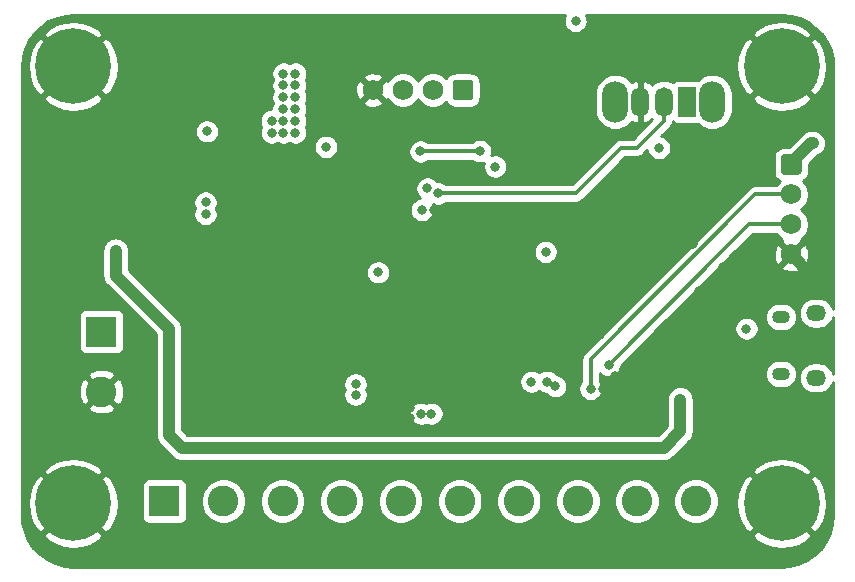
<source format=gbr>
%TF.GenerationSoftware,KiCad,Pcbnew,(5.1.9)-1*%
%TF.CreationDate,2021-03-08T12:26:08+05:30*%
%TF.ProjectId,STM32F4,53544d33-3246-4342-9e6b-696361645f70,rev?*%
%TF.SameCoordinates,Original*%
%TF.FileFunction,Copper,L4,Bot*%
%TF.FilePolarity,Positive*%
%FSLAX46Y46*%
G04 Gerber Fmt 4.6, Leading zero omitted, Abs format (unit mm)*
G04 Created by KiCad (PCBNEW (5.1.9)-1) date 2021-03-08 12:26:08*
%MOMM*%
%LPD*%
G01*
G04 APERTURE LIST*
%TA.AperFunction,ComponentPad*%
%ADD10C,6.400000*%
%TD*%
%TA.AperFunction,ComponentPad*%
%ADD11C,0.800000*%
%TD*%
%TA.AperFunction,ComponentPad*%
%ADD12C,2.600000*%
%TD*%
%TA.AperFunction,ComponentPad*%
%ADD13R,2.600000X2.600000*%
%TD*%
%TA.AperFunction,ComponentPad*%
%ADD14C,1.740000*%
%TD*%
%TA.AperFunction,ComponentPad*%
%ADD15R,1.500000X2.500000*%
%TD*%
%TA.AperFunction,ComponentPad*%
%ADD16O,1.500000X2.500000*%
%TD*%
%TA.AperFunction,ComponentPad*%
%ADD17O,2.200000X3.500000*%
%TD*%
%TA.AperFunction,ComponentPad*%
%ADD18O,1.500000X1.100000*%
%TD*%
%TA.AperFunction,ComponentPad*%
%ADD19O,1.700000X1.350000*%
%TD*%
%TA.AperFunction,ViaPad*%
%ADD20C,0.800000*%
%TD*%
%TA.AperFunction,Conductor*%
%ADD21C,1.000000*%
%TD*%
%TA.AperFunction,Conductor*%
%ADD22C,0.300000*%
%TD*%
%TA.AperFunction,Conductor*%
%ADD23C,0.250000*%
%TD*%
%TA.AperFunction,Conductor*%
%ADD24C,0.100000*%
%TD*%
G04 APERTURE END LIST*
D10*
%TO.P,H4,1*%
%TO.N,GND*%
X90000000Y-67000000D03*
D11*
X92400000Y-67000000D03*
X91697056Y-68697056D03*
X90000000Y-69400000D03*
X88302944Y-68697056D03*
X87600000Y-67000000D03*
X88302944Y-65302944D03*
X90000000Y-64600000D03*
X91697056Y-65302944D03*
%TD*%
%TO.P,H3,1*%
%TO.N,GND*%
X91697056Y-28302944D03*
X90000000Y-27600000D03*
X88302944Y-28302944D03*
X87600000Y-30000000D03*
X88302944Y-31697056D03*
X90000000Y-32400000D03*
X91697056Y-31697056D03*
X92400000Y-30000000D03*
D10*
X90000000Y-30000000D03*
%TD*%
D11*
%TO.P,H2,1*%
%TO.N,GND*%
X31697056Y-28302944D03*
X30000000Y-27600000D03*
X28302944Y-28302944D03*
X27600000Y-30000000D03*
X28302944Y-31697056D03*
X30000000Y-32400000D03*
X31697056Y-31697056D03*
X32400000Y-30000000D03*
D10*
X30000000Y-30000000D03*
%TD*%
D11*
%TO.P,H1,1*%
%TO.N,GND*%
X31697056Y-65302944D03*
X30000000Y-64600000D03*
X28302944Y-65302944D03*
X27600000Y-67000000D03*
X28302944Y-68697056D03*
X30000000Y-69400000D03*
X31697056Y-68697056D03*
X32400000Y-67000000D03*
D10*
X30000000Y-67000000D03*
%TD*%
D12*
%TO.P,J1,2*%
%TO.N,GND*%
X32385000Y-57531000D03*
D13*
%TO.P,J1,1*%
%TO.N,+12V*%
X32385000Y-52451000D03*
%TD*%
D14*
%TO.P,J4,4*%
%TO.N,GND*%
X90800000Y-45920000D03*
%TO.P,J4,3*%
%TO.N,USART_TX*%
X90800000Y-43380000D03*
%TO.P,J4,2*%
%TO.N,USART_RX*%
X90800000Y-40840000D03*
%TO.P,J4,1*%
%TO.N,+3V3*%
%TA.AperFunction,ComponentPad*%
G36*
G01*
X90179999Y-37430000D02*
X91420001Y-37430000D01*
G75*
G02*
X91670000Y-37679999I0J-249999D01*
G01*
X91670000Y-38920001D01*
G75*
G02*
X91420001Y-39170000I-249999J0D01*
G01*
X90179999Y-39170000D01*
G75*
G02*
X89930000Y-38920001I0J249999D01*
G01*
X89930000Y-37679999D01*
G75*
G02*
X90179999Y-37430000I249999J0D01*
G01*
G37*
%TD.AperFunction*%
%TD*%
D15*
%TO.P,SW1,1*%
%TO.N,+3V3*%
X82000000Y-33000000D03*
D16*
%TO.P,SW1,2*%
%TO.N,Net-(R10-Pad2)*%
X80000000Y-33000000D03*
%TO.P,SW1,3*%
%TO.N,GND*%
X78000000Y-33000000D03*
D17*
%TO.P,SW1,*%
%TO.N,*%
X84100000Y-33000000D03*
X75900000Y-33000000D03*
%TD*%
D13*
%TO.P,J2,1*%
%TO.N,PA0*%
X37719000Y-66802000D03*
D12*
%TO.P,J2,2*%
%TO.N,PA1*%
X42719000Y-66802000D03*
%TO.P,J2,3*%
%TO.N,PA2*%
X47719000Y-66802000D03*
%TO.P,J2,4*%
%TO.N,PA4*%
X52719000Y-66802000D03*
%TO.P,J2,5*%
%TO.N,PA5*%
X57719000Y-66802000D03*
%TO.P,J2,6*%
%TO.N,PA6*%
X62719000Y-66802000D03*
%TO.P,J2,7*%
%TO.N,PA7*%
X67719000Y-66802000D03*
%TO.P,J2,8*%
%TO.N,PC4*%
X72719000Y-66802000D03*
%TO.P,J2,9*%
%TO.N,PB0*%
X77719000Y-66802000D03*
%TO.P,J2,10*%
%TO.N,PB1*%
X82719000Y-66802000D03*
%TD*%
%TO.P,J5,1*%
%TO.N,+3V3*%
%TA.AperFunction,ComponentPad*%
G36*
G01*
X63870000Y-31379999D02*
X63870000Y-32620001D01*
G75*
G02*
X63620001Y-32870000I-249999J0D01*
G01*
X62379999Y-32870000D01*
G75*
G02*
X62130000Y-32620001I0J249999D01*
G01*
X62130000Y-31379999D01*
G75*
G02*
X62379999Y-31130000I249999J0D01*
G01*
X63620001Y-31130000D01*
G75*
G02*
X63870000Y-31379999I0J-249999D01*
G01*
G37*
%TD.AperFunction*%
D14*
%TO.P,J5,2*%
%TO.N,I2C1_SCL*%
X60460000Y-32000000D03*
%TO.P,J5,3*%
%TO.N,I2C1_SDA*%
X57920000Y-32000000D03*
%TO.P,J5,4*%
%TO.N,GND*%
X55380000Y-32000000D03*
%TD*%
D18*
%TO.P,J6,6*%
%TO.N,Net-(J6-Pad6)*%
X89915000Y-56045000D03*
X89915000Y-51205000D03*
D19*
X92915000Y-56355000D03*
X92915000Y-50895000D03*
%TD*%
D20*
%TO.N,GND*%
X72382500Y-44982500D03*
X68436600Y-59863400D03*
X65686000Y-60486000D03*
X68436600Y-60663400D03*
X50400000Y-58400000D03*
X49100000Y-58400000D03*
X50070500Y-51429500D03*
X48800000Y-51500000D03*
X54600000Y-52400000D03*
X54600000Y-53200000D03*
X53773500Y-46773500D03*
X52726500Y-46773500D03*
X52700000Y-45600000D03*
X53800000Y-45600000D03*
X58500000Y-58900000D03*
X58500000Y-59774990D03*
X75200000Y-36700000D03*
X92580000Y-47700000D03*
X74850000Y-57300000D03*
X46200000Y-39800000D03*
X46200000Y-40700000D03*
X37600000Y-38000000D03*
X37600000Y-37200000D03*
X38544500Y-38955500D03*
X37600000Y-36400000D03*
X49444240Y-47355760D03*
X47485000Y-45085000D03*
X47600000Y-27700000D03*
X48469669Y-27730331D03*
X40640000Y-34140000D03*
X53060520Y-36860480D03*
X60514500Y-42114500D03*
X73800000Y-26100000D03*
X82600000Y-52200000D03*
X88400000Y-49699990D03*
X88400000Y-50600004D03*
X74600000Y-52700000D03*
X41500000Y-34234026D03*
X50400024Y-59700000D03*
X49100000Y-59699992D03*
X75000000Y-45000000D03*
X77500000Y-45000000D03*
X80000000Y-45000000D03*
X82500000Y-45000000D03*
X82500000Y-42500000D03*
X80000000Y-42500000D03*
X77500000Y-42500000D03*
X75000000Y-42500000D03*
X75000000Y-40000000D03*
X77500000Y-40000000D03*
X80000000Y-40000000D03*
X82500000Y-40000000D03*
X85000000Y-40000000D03*
X41000000Y-47000000D03*
X41000000Y-49000000D03*
X41000000Y-51000000D03*
X41000000Y-53000000D03*
X41000000Y-55000000D03*
X41000000Y-57000000D03*
X41000000Y-59000000D03*
X43000000Y-59000000D03*
X45000000Y-59000000D03*
X47000000Y-59000000D03*
X47000000Y-57000000D03*
X49000000Y-57000000D03*
X45000000Y-57000000D03*
X43000000Y-57000000D03*
X43000000Y-55000000D03*
X45000000Y-55000000D03*
X47000000Y-55000000D03*
X49000000Y-55000000D03*
X49000000Y-53000000D03*
X47000000Y-53000000D03*
X45000000Y-53000000D03*
X43000000Y-53000000D03*
X43000000Y-51000000D03*
X45000000Y-51000000D03*
X47000000Y-51000000D03*
X43000000Y-49000000D03*
X45000000Y-49000000D03*
X47000000Y-49000000D03*
X47000000Y-47000000D03*
X45000000Y-47000000D03*
X43000000Y-47000000D03*
X27500000Y-42500000D03*
X30000000Y-42500000D03*
X32500000Y-42500000D03*
X32500000Y-40000000D03*
X32500000Y-37500000D03*
X32500000Y-35000000D03*
X32500000Y-35000000D03*
X30000000Y-35000000D03*
X30000000Y-37500000D03*
X30000000Y-40000000D03*
X27500000Y-40000000D03*
X27500000Y-37500000D03*
X27500000Y-35000000D03*
X27500000Y-57500000D03*
X27500000Y-60000000D03*
X27500000Y-62500000D03*
X30000000Y-60000000D03*
X30000000Y-62500000D03*
X35000000Y-62500000D03*
X32500000Y-62500000D03*
X32500000Y-60000000D03*
X35000000Y-60000000D03*
X35000000Y-57500000D03*
X35000000Y-70000000D03*
X37500000Y-70000000D03*
X40000000Y-70000000D03*
X42500000Y-70000000D03*
X45000000Y-70000000D03*
X47500000Y-70000000D03*
X50000000Y-70000000D03*
X52500000Y-70000000D03*
X55000000Y-70000000D03*
X57500000Y-70000000D03*
X60000000Y-70000000D03*
X65000000Y-70000000D03*
X62500000Y-70000000D03*
X67500000Y-70000000D03*
X70000000Y-70000000D03*
X72500000Y-70000000D03*
X75000000Y-70000000D03*
X77500000Y-70000000D03*
X80000000Y-70000000D03*
X82500000Y-70000000D03*
X85000000Y-70000000D03*
X92500000Y-62500000D03*
X87500000Y-62500000D03*
X52500000Y-35000000D03*
X52500000Y-32500000D03*
X52500000Y-30000000D03*
X52500000Y-27500000D03*
X55000000Y-27500000D03*
X57500000Y-27500000D03*
X60000000Y-27500000D03*
X62500000Y-27500000D03*
X65000000Y-27500000D03*
X55000000Y-35000000D03*
X62500000Y-35000000D03*
X65000000Y-35000000D03*
X85000000Y-27500000D03*
X82500000Y-27500000D03*
X80000000Y-27500000D03*
X77500000Y-27500000D03*
X75000000Y-27500000D03*
X75000000Y-30000000D03*
X77500000Y-30000000D03*
X80000000Y-30000000D03*
X82500000Y-30000000D03*
X85000000Y-30000000D03*
X79000000Y-60000000D03*
X79000000Y-58000000D03*
X79000000Y-56000000D03*
X77000000Y-56000000D03*
X77000000Y-58000000D03*
X77000000Y-60000000D03*
X75000000Y-60000000D03*
X73000000Y-60000000D03*
X71000000Y-60000000D03*
X71000000Y-59000000D03*
X73000000Y-59000000D03*
X75000000Y-59000000D03*
X83000000Y-49000000D03*
X88400000Y-46600000D03*
X85000000Y-49000000D03*
X87000000Y-49000000D03*
X87000000Y-47000000D03*
X85000000Y-47000000D03*
X80000000Y-47000000D03*
X60000000Y-52000000D03*
X62000000Y-52000000D03*
X64000000Y-52000000D03*
X66000000Y-52000000D03*
X66000000Y-50000000D03*
X64000000Y-50000000D03*
X62000000Y-50000000D03*
X60000000Y-50000000D03*
X60000000Y-48000000D03*
X62000000Y-48000000D03*
X64000000Y-48000000D03*
X66000000Y-48000000D03*
X75900000Y-56250000D03*
%TO.N,Net-(D1-Pad1)*%
X81400000Y-58200000D03*
X33600000Y-45600000D03*
%TO.N,NRST*%
X59400000Y-37200000D03*
X64430136Y-37169474D03*
%TO.N,USART_TX*%
X75350014Y-55300000D03*
%TO.N,USART_RX*%
X73800000Y-57300000D03*
%TO.N,Net-(R10-Pad2)*%
X60886412Y-40755339D03*
%TO.N,+5V*%
X87000000Y-52200000D03*
%TO.N,+3V3*%
X47800000Y-34600000D03*
X48800000Y-34600000D03*
X48800000Y-33600000D03*
X48800000Y-32600000D03*
X47800000Y-32600000D03*
X47800000Y-33600000D03*
X48800000Y-31600000D03*
X47800000Y-31600000D03*
X46800000Y-35600000D03*
X47800000Y-35600000D03*
X48800000Y-35600000D03*
X48800000Y-30600000D03*
X47800000Y-30600000D03*
X46800000Y-34600000D03*
X70000000Y-45700000D03*
X68800000Y-56700000D03*
X70100000Y-56700000D03*
X53900000Y-56900000D03*
X53900000Y-57800000D03*
X60327060Y-59400000D03*
X59450010Y-59400000D03*
X79600000Y-36900000D03*
X70819667Y-57080342D03*
X92600000Y-36500000D03*
X41200000Y-41500000D03*
X41200000Y-42500000D03*
X51409500Y-36809500D03*
X59515019Y-42146774D03*
X59975000Y-40325000D03*
X65725000Y-38475000D03*
X55815500Y-47429499D03*
X72540000Y-26140000D03*
X41325942Y-35492050D03*
%TD*%
D21*
%TO.N,GND*%
X90800000Y-45920000D02*
X92580000Y-47700000D01*
%TO.N,Net-(D1-Pad1)*%
X33600000Y-47700000D02*
X33600000Y-45600000D01*
X38100000Y-52200000D02*
X33600000Y-47700000D01*
X39200000Y-62300000D02*
X38100000Y-61200000D01*
X38100000Y-61200000D02*
X38100000Y-52200000D01*
X80000000Y-62300000D02*
X39200000Y-62300000D01*
X81400000Y-60900000D02*
X80000000Y-62300000D01*
X81400000Y-58200000D02*
X81400000Y-60900000D01*
D22*
%TO.N,NRST*%
X59400000Y-37200000D02*
X64400000Y-37200000D01*
X64400000Y-37199610D02*
X64430136Y-37169474D01*
X64400000Y-37200000D02*
X64400000Y-37199610D01*
%TO.N,USART_TX*%
X75350014Y-55249986D02*
X75350014Y-55300000D01*
X87220000Y-43380000D02*
X85300000Y-45300000D01*
X90800000Y-43380000D02*
X87220000Y-43380000D01*
X85300000Y-45300000D02*
X75350014Y-55249986D01*
%TO.N,USART_RX*%
X90800000Y-40840000D02*
X87760000Y-40840000D01*
X73800000Y-54800000D02*
X73800000Y-57300000D01*
X87760000Y-40840000D02*
X73800000Y-54800000D01*
%TO.N,Net-(R10-Pad2)*%
X80000000Y-34600000D02*
X80000000Y-33000000D01*
X77700000Y-36900000D02*
X80000000Y-34600000D01*
X76400000Y-36900000D02*
X77700000Y-36900000D01*
X72544661Y-40755339D02*
X76400000Y-36900000D01*
X60886412Y-40755339D02*
X72544661Y-40755339D01*
D21*
%TO.N,+3V3*%
X90800000Y-38300000D02*
X90800000Y-38200000D01*
X92500000Y-36500000D02*
X92600000Y-36500000D01*
X90800000Y-38200000D02*
X92500000Y-36500000D01*
%TD*%
D23*
%TO.N,GND*%
X71631656Y-25654480D02*
X71554390Y-25841018D01*
X71515000Y-26039046D01*
X71515000Y-26240954D01*
X71554390Y-26438982D01*
X71631656Y-26625520D01*
X71743830Y-26793400D01*
X71886600Y-26936170D01*
X72054480Y-27048344D01*
X72241018Y-27125610D01*
X72439046Y-27165000D01*
X72640954Y-27165000D01*
X72838982Y-27125610D01*
X73025520Y-27048344D01*
X73193400Y-26936170D01*
X73336170Y-26793400D01*
X73448344Y-26625520D01*
X73525610Y-26438982D01*
X73565000Y-26240954D01*
X73565000Y-26039046D01*
X73525610Y-25841018D01*
X73448344Y-25654480D01*
X73445351Y-25650000D01*
X89971049Y-25650000D01*
X90769864Y-25721292D01*
X91515389Y-25925245D01*
X92213013Y-26257995D01*
X92840689Y-26709026D01*
X93378579Y-27264085D01*
X93809671Y-27905618D01*
X94120345Y-28613354D01*
X94301980Y-29369917D01*
X94350001Y-30023842D01*
X94350000Y-50570302D01*
X94296855Y-50395104D01*
X94176140Y-50169264D01*
X94013687Y-49971313D01*
X93815736Y-49808860D01*
X93589896Y-49688145D01*
X93344845Y-49613810D01*
X93153864Y-49595000D01*
X92676136Y-49595000D01*
X92485155Y-49613810D01*
X92240104Y-49688145D01*
X92014264Y-49808860D01*
X91816313Y-49971313D01*
X91653860Y-50169264D01*
X91533145Y-50395104D01*
X91458810Y-50640155D01*
X91433710Y-50895000D01*
X91458810Y-51149845D01*
X91533145Y-51394896D01*
X91653860Y-51620736D01*
X91816313Y-51818687D01*
X92014264Y-51981140D01*
X92240104Y-52101855D01*
X92485155Y-52176190D01*
X92676136Y-52195000D01*
X93153864Y-52195000D01*
X93344845Y-52176190D01*
X93589896Y-52101855D01*
X93815736Y-51981140D01*
X94013687Y-51818687D01*
X94176140Y-51620736D01*
X94296855Y-51394896D01*
X94350000Y-51219698D01*
X94350000Y-56030302D01*
X94296855Y-55855104D01*
X94176140Y-55629264D01*
X94013687Y-55431313D01*
X93815736Y-55268860D01*
X93589896Y-55148145D01*
X93344845Y-55073810D01*
X93153864Y-55055000D01*
X92676136Y-55055000D01*
X92485155Y-55073810D01*
X92240104Y-55148145D01*
X92014264Y-55268860D01*
X91816313Y-55431313D01*
X91653860Y-55629264D01*
X91533145Y-55855104D01*
X91458810Y-56100155D01*
X91433710Y-56355000D01*
X91458810Y-56609845D01*
X91533145Y-56854896D01*
X91653860Y-57080736D01*
X91816313Y-57278687D01*
X92014264Y-57441140D01*
X92240104Y-57561855D01*
X92485155Y-57636190D01*
X92676136Y-57655000D01*
X93153864Y-57655000D01*
X93344845Y-57636190D01*
X93589896Y-57561855D01*
X93815736Y-57441140D01*
X94013687Y-57278687D01*
X94176140Y-57080736D01*
X94296855Y-56854896D01*
X94350000Y-56679698D01*
X94350000Y-67971049D01*
X94278708Y-68769865D01*
X94074755Y-69515389D01*
X93742005Y-70213013D01*
X93290972Y-70840692D01*
X92735916Y-71378579D01*
X92094383Y-71809670D01*
X91386650Y-72120344D01*
X90630083Y-72301980D01*
X89976171Y-72350000D01*
X30028951Y-72350000D01*
X29230135Y-72278708D01*
X28484611Y-72074755D01*
X27786987Y-71742005D01*
X27159308Y-71290972D01*
X26621421Y-70735916D01*
X26190330Y-70094383D01*
X26014651Y-69694175D01*
X27482602Y-69694175D01*
X27843165Y-70181292D01*
X28505247Y-70540942D01*
X29224771Y-70764516D01*
X29974087Y-70843421D01*
X30724399Y-70774626D01*
X31446873Y-70560774D01*
X32113744Y-70210084D01*
X32156835Y-70181292D01*
X32517398Y-69694175D01*
X87482602Y-69694175D01*
X87843165Y-70181292D01*
X88505247Y-70540942D01*
X89224771Y-70764516D01*
X89974087Y-70843421D01*
X90724399Y-70774626D01*
X91446873Y-70560774D01*
X92113744Y-70210084D01*
X92156835Y-70181292D01*
X92517398Y-69694175D01*
X90000000Y-67176777D01*
X87482602Y-69694175D01*
X32517398Y-69694175D01*
X30000000Y-67176777D01*
X27482602Y-69694175D01*
X26014651Y-69694175D01*
X25879656Y-69386650D01*
X25698020Y-68630083D01*
X25650000Y-67976171D01*
X25650000Y-66974087D01*
X26156579Y-66974087D01*
X26225374Y-67724399D01*
X26439226Y-68446873D01*
X26789916Y-69113744D01*
X26818708Y-69156835D01*
X27305825Y-69517398D01*
X29823223Y-67000000D01*
X30176777Y-67000000D01*
X32694175Y-69517398D01*
X33181292Y-69156835D01*
X33540942Y-68494753D01*
X33764516Y-67775229D01*
X33843421Y-67025913D01*
X33774626Y-66275601D01*
X33560774Y-65553127D01*
X33533888Y-65502000D01*
X35790976Y-65502000D01*
X35790976Y-68102000D01*
X35803043Y-68224521D01*
X35838781Y-68342334D01*
X35896817Y-68450911D01*
X35974920Y-68546080D01*
X36070089Y-68624183D01*
X36178666Y-68682219D01*
X36296479Y-68717957D01*
X36419000Y-68730024D01*
X39019000Y-68730024D01*
X39141521Y-68717957D01*
X39259334Y-68682219D01*
X39367911Y-68624183D01*
X39463080Y-68546080D01*
X39541183Y-68450911D01*
X39599219Y-68342334D01*
X39634957Y-68224521D01*
X39647024Y-68102000D01*
X39647024Y-66612404D01*
X40794000Y-66612404D01*
X40794000Y-66991596D01*
X40867977Y-67363502D01*
X41013087Y-67713829D01*
X41223755Y-68029116D01*
X41491884Y-68297245D01*
X41807171Y-68507913D01*
X42157498Y-68653023D01*
X42529404Y-68727000D01*
X42908596Y-68727000D01*
X43280502Y-68653023D01*
X43630829Y-68507913D01*
X43946116Y-68297245D01*
X44214245Y-68029116D01*
X44424913Y-67713829D01*
X44570023Y-67363502D01*
X44644000Y-66991596D01*
X44644000Y-66612404D01*
X45794000Y-66612404D01*
X45794000Y-66991596D01*
X45867977Y-67363502D01*
X46013087Y-67713829D01*
X46223755Y-68029116D01*
X46491884Y-68297245D01*
X46807171Y-68507913D01*
X47157498Y-68653023D01*
X47529404Y-68727000D01*
X47908596Y-68727000D01*
X48280502Y-68653023D01*
X48630829Y-68507913D01*
X48946116Y-68297245D01*
X49214245Y-68029116D01*
X49424913Y-67713829D01*
X49570023Y-67363502D01*
X49644000Y-66991596D01*
X49644000Y-66612404D01*
X50794000Y-66612404D01*
X50794000Y-66991596D01*
X50867977Y-67363502D01*
X51013087Y-67713829D01*
X51223755Y-68029116D01*
X51491884Y-68297245D01*
X51807171Y-68507913D01*
X52157498Y-68653023D01*
X52529404Y-68727000D01*
X52908596Y-68727000D01*
X53280502Y-68653023D01*
X53630829Y-68507913D01*
X53946116Y-68297245D01*
X54214245Y-68029116D01*
X54424913Y-67713829D01*
X54570023Y-67363502D01*
X54644000Y-66991596D01*
X54644000Y-66612404D01*
X55794000Y-66612404D01*
X55794000Y-66991596D01*
X55867977Y-67363502D01*
X56013087Y-67713829D01*
X56223755Y-68029116D01*
X56491884Y-68297245D01*
X56807171Y-68507913D01*
X57157498Y-68653023D01*
X57529404Y-68727000D01*
X57908596Y-68727000D01*
X58280502Y-68653023D01*
X58630829Y-68507913D01*
X58946116Y-68297245D01*
X59214245Y-68029116D01*
X59424913Y-67713829D01*
X59570023Y-67363502D01*
X59644000Y-66991596D01*
X59644000Y-66612404D01*
X60794000Y-66612404D01*
X60794000Y-66991596D01*
X60867977Y-67363502D01*
X61013087Y-67713829D01*
X61223755Y-68029116D01*
X61491884Y-68297245D01*
X61807171Y-68507913D01*
X62157498Y-68653023D01*
X62529404Y-68727000D01*
X62908596Y-68727000D01*
X63280502Y-68653023D01*
X63630829Y-68507913D01*
X63946116Y-68297245D01*
X64214245Y-68029116D01*
X64424913Y-67713829D01*
X64570023Y-67363502D01*
X64644000Y-66991596D01*
X64644000Y-66612404D01*
X65794000Y-66612404D01*
X65794000Y-66991596D01*
X65867977Y-67363502D01*
X66013087Y-67713829D01*
X66223755Y-68029116D01*
X66491884Y-68297245D01*
X66807171Y-68507913D01*
X67157498Y-68653023D01*
X67529404Y-68727000D01*
X67908596Y-68727000D01*
X68280502Y-68653023D01*
X68630829Y-68507913D01*
X68946116Y-68297245D01*
X69214245Y-68029116D01*
X69424913Y-67713829D01*
X69570023Y-67363502D01*
X69644000Y-66991596D01*
X69644000Y-66612404D01*
X70794000Y-66612404D01*
X70794000Y-66991596D01*
X70867977Y-67363502D01*
X71013087Y-67713829D01*
X71223755Y-68029116D01*
X71491884Y-68297245D01*
X71807171Y-68507913D01*
X72157498Y-68653023D01*
X72529404Y-68727000D01*
X72908596Y-68727000D01*
X73280502Y-68653023D01*
X73630829Y-68507913D01*
X73946116Y-68297245D01*
X74214245Y-68029116D01*
X74424913Y-67713829D01*
X74570023Y-67363502D01*
X74644000Y-66991596D01*
X74644000Y-66612404D01*
X75794000Y-66612404D01*
X75794000Y-66991596D01*
X75867977Y-67363502D01*
X76013087Y-67713829D01*
X76223755Y-68029116D01*
X76491884Y-68297245D01*
X76807171Y-68507913D01*
X77157498Y-68653023D01*
X77529404Y-68727000D01*
X77908596Y-68727000D01*
X78280502Y-68653023D01*
X78630829Y-68507913D01*
X78946116Y-68297245D01*
X79214245Y-68029116D01*
X79424913Y-67713829D01*
X79570023Y-67363502D01*
X79644000Y-66991596D01*
X79644000Y-66612404D01*
X80794000Y-66612404D01*
X80794000Y-66991596D01*
X80867977Y-67363502D01*
X81013087Y-67713829D01*
X81223755Y-68029116D01*
X81491884Y-68297245D01*
X81807171Y-68507913D01*
X82157498Y-68653023D01*
X82529404Y-68727000D01*
X82908596Y-68727000D01*
X83280502Y-68653023D01*
X83630829Y-68507913D01*
X83946116Y-68297245D01*
X84214245Y-68029116D01*
X84424913Y-67713829D01*
X84570023Y-67363502D01*
X84644000Y-66991596D01*
X84644000Y-66974087D01*
X86156579Y-66974087D01*
X86225374Y-67724399D01*
X86439226Y-68446873D01*
X86789916Y-69113744D01*
X86818708Y-69156835D01*
X87305825Y-69517398D01*
X89823223Y-67000000D01*
X90176777Y-67000000D01*
X92694175Y-69517398D01*
X93181292Y-69156835D01*
X93540942Y-68494753D01*
X93764516Y-67775229D01*
X93843421Y-67025913D01*
X93774626Y-66275601D01*
X93560774Y-65553127D01*
X93210084Y-64886256D01*
X93181292Y-64843165D01*
X92694175Y-64482602D01*
X90176777Y-67000000D01*
X89823223Y-67000000D01*
X87305825Y-64482602D01*
X86818708Y-64843165D01*
X86459058Y-65505247D01*
X86235484Y-66224771D01*
X86156579Y-66974087D01*
X84644000Y-66974087D01*
X84644000Y-66612404D01*
X84570023Y-66240498D01*
X84424913Y-65890171D01*
X84214245Y-65574884D01*
X83946116Y-65306755D01*
X83630829Y-65096087D01*
X83280502Y-64950977D01*
X82908596Y-64877000D01*
X82529404Y-64877000D01*
X82157498Y-64950977D01*
X81807171Y-65096087D01*
X81491884Y-65306755D01*
X81223755Y-65574884D01*
X81013087Y-65890171D01*
X80867977Y-66240498D01*
X80794000Y-66612404D01*
X79644000Y-66612404D01*
X79570023Y-66240498D01*
X79424913Y-65890171D01*
X79214245Y-65574884D01*
X78946116Y-65306755D01*
X78630829Y-65096087D01*
X78280502Y-64950977D01*
X77908596Y-64877000D01*
X77529404Y-64877000D01*
X77157498Y-64950977D01*
X76807171Y-65096087D01*
X76491884Y-65306755D01*
X76223755Y-65574884D01*
X76013087Y-65890171D01*
X75867977Y-66240498D01*
X75794000Y-66612404D01*
X74644000Y-66612404D01*
X74570023Y-66240498D01*
X74424913Y-65890171D01*
X74214245Y-65574884D01*
X73946116Y-65306755D01*
X73630829Y-65096087D01*
X73280502Y-64950977D01*
X72908596Y-64877000D01*
X72529404Y-64877000D01*
X72157498Y-64950977D01*
X71807171Y-65096087D01*
X71491884Y-65306755D01*
X71223755Y-65574884D01*
X71013087Y-65890171D01*
X70867977Y-66240498D01*
X70794000Y-66612404D01*
X69644000Y-66612404D01*
X69570023Y-66240498D01*
X69424913Y-65890171D01*
X69214245Y-65574884D01*
X68946116Y-65306755D01*
X68630829Y-65096087D01*
X68280502Y-64950977D01*
X67908596Y-64877000D01*
X67529404Y-64877000D01*
X67157498Y-64950977D01*
X66807171Y-65096087D01*
X66491884Y-65306755D01*
X66223755Y-65574884D01*
X66013087Y-65890171D01*
X65867977Y-66240498D01*
X65794000Y-66612404D01*
X64644000Y-66612404D01*
X64570023Y-66240498D01*
X64424913Y-65890171D01*
X64214245Y-65574884D01*
X63946116Y-65306755D01*
X63630829Y-65096087D01*
X63280502Y-64950977D01*
X62908596Y-64877000D01*
X62529404Y-64877000D01*
X62157498Y-64950977D01*
X61807171Y-65096087D01*
X61491884Y-65306755D01*
X61223755Y-65574884D01*
X61013087Y-65890171D01*
X60867977Y-66240498D01*
X60794000Y-66612404D01*
X59644000Y-66612404D01*
X59570023Y-66240498D01*
X59424913Y-65890171D01*
X59214245Y-65574884D01*
X58946116Y-65306755D01*
X58630829Y-65096087D01*
X58280502Y-64950977D01*
X57908596Y-64877000D01*
X57529404Y-64877000D01*
X57157498Y-64950977D01*
X56807171Y-65096087D01*
X56491884Y-65306755D01*
X56223755Y-65574884D01*
X56013087Y-65890171D01*
X55867977Y-66240498D01*
X55794000Y-66612404D01*
X54644000Y-66612404D01*
X54570023Y-66240498D01*
X54424913Y-65890171D01*
X54214245Y-65574884D01*
X53946116Y-65306755D01*
X53630829Y-65096087D01*
X53280502Y-64950977D01*
X52908596Y-64877000D01*
X52529404Y-64877000D01*
X52157498Y-64950977D01*
X51807171Y-65096087D01*
X51491884Y-65306755D01*
X51223755Y-65574884D01*
X51013087Y-65890171D01*
X50867977Y-66240498D01*
X50794000Y-66612404D01*
X49644000Y-66612404D01*
X49570023Y-66240498D01*
X49424913Y-65890171D01*
X49214245Y-65574884D01*
X48946116Y-65306755D01*
X48630829Y-65096087D01*
X48280502Y-64950977D01*
X47908596Y-64877000D01*
X47529404Y-64877000D01*
X47157498Y-64950977D01*
X46807171Y-65096087D01*
X46491884Y-65306755D01*
X46223755Y-65574884D01*
X46013087Y-65890171D01*
X45867977Y-66240498D01*
X45794000Y-66612404D01*
X44644000Y-66612404D01*
X44570023Y-66240498D01*
X44424913Y-65890171D01*
X44214245Y-65574884D01*
X43946116Y-65306755D01*
X43630829Y-65096087D01*
X43280502Y-64950977D01*
X42908596Y-64877000D01*
X42529404Y-64877000D01*
X42157498Y-64950977D01*
X41807171Y-65096087D01*
X41491884Y-65306755D01*
X41223755Y-65574884D01*
X41013087Y-65890171D01*
X40867977Y-66240498D01*
X40794000Y-66612404D01*
X39647024Y-66612404D01*
X39647024Y-65502000D01*
X39634957Y-65379479D01*
X39599219Y-65261666D01*
X39541183Y-65153089D01*
X39463080Y-65057920D01*
X39367911Y-64979817D01*
X39259334Y-64921781D01*
X39141521Y-64886043D01*
X39019000Y-64873976D01*
X36419000Y-64873976D01*
X36296479Y-64886043D01*
X36178666Y-64921781D01*
X36070089Y-64979817D01*
X35974920Y-65057920D01*
X35896817Y-65153089D01*
X35838781Y-65261666D01*
X35803043Y-65379479D01*
X35790976Y-65502000D01*
X33533888Y-65502000D01*
X33210084Y-64886256D01*
X33181292Y-64843165D01*
X32694175Y-64482602D01*
X30176777Y-67000000D01*
X29823223Y-67000000D01*
X27305825Y-64482602D01*
X26818708Y-64843165D01*
X26459058Y-65505247D01*
X26235484Y-66224771D01*
X26156579Y-66974087D01*
X25650000Y-66974087D01*
X25650000Y-64305825D01*
X27482602Y-64305825D01*
X30000000Y-66823223D01*
X32517398Y-64305825D01*
X87482602Y-64305825D01*
X90000000Y-66823223D01*
X92517398Y-64305825D01*
X92156835Y-63818708D01*
X91494753Y-63459058D01*
X90775229Y-63235484D01*
X90025913Y-63156579D01*
X89275601Y-63225374D01*
X88553127Y-63439226D01*
X87886256Y-63789916D01*
X87843165Y-63818708D01*
X87482602Y-64305825D01*
X32517398Y-64305825D01*
X32156835Y-63818708D01*
X31494753Y-63459058D01*
X30775229Y-63235484D01*
X30025913Y-63156579D01*
X29275601Y-63225374D01*
X28553127Y-63439226D01*
X27886256Y-63789916D01*
X27843165Y-63818708D01*
X27482602Y-64305825D01*
X25650000Y-64305825D01*
X25650000Y-58873559D01*
X31219218Y-58873559D01*
X31351542Y-59166095D01*
X31690391Y-59336295D01*
X32055934Y-59437118D01*
X32434122Y-59464690D01*
X32810422Y-59417951D01*
X33170374Y-59298698D01*
X33418458Y-59166095D01*
X33550782Y-58873559D01*
X32385000Y-57707777D01*
X31219218Y-58873559D01*
X25650000Y-58873559D01*
X25650000Y-57580122D01*
X30451310Y-57580122D01*
X30498049Y-57956422D01*
X30617302Y-58316374D01*
X30749905Y-58564458D01*
X31042441Y-58696782D01*
X32208223Y-57531000D01*
X32561777Y-57531000D01*
X33727559Y-58696782D01*
X34020095Y-58564458D01*
X34190295Y-58225609D01*
X34291118Y-57860066D01*
X34318690Y-57481878D01*
X34271951Y-57105578D01*
X34152698Y-56745626D01*
X34020095Y-56497542D01*
X33727559Y-56365218D01*
X32561777Y-57531000D01*
X32208223Y-57531000D01*
X31042441Y-56365218D01*
X30749905Y-56497542D01*
X30579705Y-56836391D01*
X30478882Y-57201934D01*
X30451310Y-57580122D01*
X25650000Y-57580122D01*
X25650000Y-56188441D01*
X31219218Y-56188441D01*
X32385000Y-57354223D01*
X33550782Y-56188441D01*
X33418458Y-55895905D01*
X33079609Y-55725705D01*
X32714066Y-55624882D01*
X32335878Y-55597310D01*
X31959578Y-55644049D01*
X31599626Y-55763302D01*
X31351542Y-55895905D01*
X31219218Y-56188441D01*
X25650000Y-56188441D01*
X25650000Y-51151000D01*
X30456976Y-51151000D01*
X30456976Y-53751000D01*
X30469043Y-53873521D01*
X30504781Y-53991334D01*
X30562817Y-54099911D01*
X30640920Y-54195080D01*
X30736089Y-54273183D01*
X30844666Y-54331219D01*
X30962479Y-54366957D01*
X31085000Y-54379024D01*
X33685000Y-54379024D01*
X33807521Y-54366957D01*
X33925334Y-54331219D01*
X34033911Y-54273183D01*
X34129080Y-54195080D01*
X34207183Y-54099911D01*
X34265219Y-53991334D01*
X34300957Y-53873521D01*
X34313024Y-53751000D01*
X34313024Y-51151000D01*
X34300957Y-51028479D01*
X34265219Y-50910666D01*
X34207183Y-50802089D01*
X34129080Y-50706920D01*
X34033911Y-50628817D01*
X33925334Y-50570781D01*
X33807521Y-50535043D01*
X33685000Y-50522976D01*
X31085000Y-50522976D01*
X30962479Y-50535043D01*
X30844666Y-50570781D01*
X30736089Y-50628817D01*
X30640920Y-50706920D01*
X30562817Y-50802089D01*
X30504781Y-50910666D01*
X30469043Y-51028479D01*
X30456976Y-51151000D01*
X25650000Y-51151000D01*
X25650000Y-47700000D01*
X32469557Y-47700000D01*
X32475000Y-47755261D01*
X32475000Y-47755263D01*
X32491278Y-47920537D01*
X32555607Y-48132601D01*
X32660071Y-48328040D01*
X32800656Y-48499344D01*
X32843589Y-48534578D01*
X36975001Y-52665991D01*
X36975000Y-61144738D01*
X36969557Y-61200000D01*
X36975000Y-61255261D01*
X36975000Y-61255263D01*
X36991278Y-61420537D01*
X37055607Y-61632601D01*
X37160071Y-61828040D01*
X37300656Y-61999344D01*
X37343589Y-62034578D01*
X38365426Y-63056416D01*
X38400656Y-63099344D01*
X38571960Y-63239929D01*
X38767398Y-63344393D01*
X38979462Y-63408722D01*
X39144736Y-63425000D01*
X39144738Y-63425000D01*
X39200000Y-63430443D01*
X39255261Y-63425000D01*
X79944739Y-63425000D01*
X80000000Y-63430443D01*
X80055261Y-63425000D01*
X80055264Y-63425000D01*
X80220538Y-63408722D01*
X80432602Y-63344393D01*
X80628040Y-63239929D01*
X80799344Y-63099344D01*
X80834578Y-63056411D01*
X82156416Y-61734574D01*
X82199344Y-61699344D01*
X82339929Y-61528040D01*
X82444393Y-61332602D01*
X82508722Y-61120538D01*
X82525000Y-60955264D01*
X82525000Y-60955262D01*
X82530443Y-60900000D01*
X82525000Y-60844739D01*
X82525000Y-58144736D01*
X82508722Y-57979462D01*
X82444393Y-57767398D01*
X82339929Y-57571960D01*
X82199344Y-57400656D01*
X82028040Y-57260071D01*
X81832601Y-57155607D01*
X81620537Y-57091278D01*
X81400000Y-57069557D01*
X81179462Y-57091278D01*
X80967398Y-57155607D01*
X80771960Y-57260071D01*
X80600656Y-57400656D01*
X80460071Y-57571960D01*
X80355607Y-57767399D01*
X80291278Y-57979463D01*
X80275000Y-58144737D01*
X80275001Y-60434009D01*
X79534011Y-61175000D01*
X39665990Y-61175000D01*
X39225000Y-60734011D01*
X39225000Y-59299046D01*
X58425010Y-59299046D01*
X58425010Y-59500954D01*
X58464400Y-59698982D01*
X58541666Y-59885520D01*
X58653840Y-60053400D01*
X58796610Y-60196170D01*
X58964490Y-60308344D01*
X59151028Y-60385610D01*
X59349056Y-60425000D01*
X59550964Y-60425000D01*
X59748992Y-60385610D01*
X59888535Y-60327810D01*
X60028078Y-60385610D01*
X60226106Y-60425000D01*
X60428014Y-60425000D01*
X60626042Y-60385610D01*
X60812580Y-60308344D01*
X60980460Y-60196170D01*
X61123230Y-60053400D01*
X61235404Y-59885520D01*
X61312670Y-59698982D01*
X61352060Y-59500954D01*
X61352060Y-59299046D01*
X61312670Y-59101018D01*
X61235404Y-58914480D01*
X61123230Y-58746600D01*
X60980460Y-58603830D01*
X60812580Y-58491656D01*
X60626042Y-58414390D01*
X60428014Y-58375000D01*
X60226106Y-58375000D01*
X60028078Y-58414390D01*
X59888535Y-58472190D01*
X59748992Y-58414390D01*
X59550964Y-58375000D01*
X59349056Y-58375000D01*
X59151028Y-58414390D01*
X58964490Y-58491656D01*
X58796610Y-58603830D01*
X58653840Y-58746600D01*
X58541666Y-58914480D01*
X58464400Y-59101018D01*
X58425010Y-59299046D01*
X39225000Y-59299046D01*
X39225000Y-56799046D01*
X52875000Y-56799046D01*
X52875000Y-57000954D01*
X52914390Y-57198982D01*
X52976943Y-57350000D01*
X52914390Y-57501018D01*
X52875000Y-57699046D01*
X52875000Y-57900954D01*
X52914390Y-58098982D01*
X52991656Y-58285520D01*
X53103830Y-58453400D01*
X53246600Y-58596170D01*
X53414480Y-58708344D01*
X53601018Y-58785610D01*
X53799046Y-58825000D01*
X54000954Y-58825000D01*
X54198982Y-58785610D01*
X54385520Y-58708344D01*
X54553400Y-58596170D01*
X54696170Y-58453400D01*
X54808344Y-58285520D01*
X54885610Y-58098982D01*
X54925000Y-57900954D01*
X54925000Y-57699046D01*
X54885610Y-57501018D01*
X54823057Y-57350000D01*
X54885610Y-57198982D01*
X54925000Y-57000954D01*
X54925000Y-56799046D01*
X54885610Y-56601018D01*
X54884794Y-56599046D01*
X67775000Y-56599046D01*
X67775000Y-56800954D01*
X67814390Y-56998982D01*
X67891656Y-57185520D01*
X68003830Y-57353400D01*
X68146600Y-57496170D01*
X68314480Y-57608344D01*
X68501018Y-57685610D01*
X68699046Y-57725000D01*
X68900954Y-57725000D01*
X69098982Y-57685610D01*
X69285520Y-57608344D01*
X69450000Y-57498442D01*
X69614480Y-57608344D01*
X69801018Y-57685610D01*
X69999046Y-57725000D01*
X70017656Y-57725000D01*
X70023497Y-57733742D01*
X70166267Y-57876512D01*
X70334147Y-57988686D01*
X70520685Y-58065952D01*
X70718713Y-58105342D01*
X70920621Y-58105342D01*
X71118649Y-58065952D01*
X71305187Y-57988686D01*
X71473067Y-57876512D01*
X71615837Y-57733742D01*
X71728011Y-57565862D01*
X71805277Y-57379324D01*
X71841136Y-57199046D01*
X72775000Y-57199046D01*
X72775000Y-57400954D01*
X72814390Y-57598982D01*
X72891656Y-57785520D01*
X73003830Y-57953400D01*
X73146600Y-58096170D01*
X73314480Y-58208344D01*
X73501018Y-58285610D01*
X73699046Y-58325000D01*
X73900954Y-58325000D01*
X74098982Y-58285610D01*
X74285520Y-58208344D01*
X74453400Y-58096170D01*
X74596170Y-57953400D01*
X74708344Y-57785520D01*
X74785610Y-57598982D01*
X74825000Y-57400954D01*
X74825000Y-57199046D01*
X74785610Y-57001018D01*
X74708344Y-56814480D01*
X74596170Y-56646600D01*
X74575000Y-56625430D01*
X74575000Y-55974556D01*
X74696614Y-56096170D01*
X74864494Y-56208344D01*
X75051032Y-56285610D01*
X75249060Y-56325000D01*
X75450968Y-56325000D01*
X75648996Y-56285610D01*
X75835534Y-56208344D01*
X76003414Y-56096170D01*
X76054584Y-56045000D01*
X88534315Y-56045000D01*
X88557002Y-56275340D01*
X88624189Y-56496829D01*
X88733296Y-56700953D01*
X88880130Y-56879870D01*
X89059047Y-57026704D01*
X89263171Y-57135811D01*
X89484660Y-57202998D01*
X89657280Y-57220000D01*
X90172720Y-57220000D01*
X90345340Y-57202998D01*
X90566829Y-57135811D01*
X90770953Y-57026704D01*
X90949870Y-56879870D01*
X91096704Y-56700953D01*
X91205811Y-56496829D01*
X91272998Y-56275340D01*
X91295685Y-56045000D01*
X91272998Y-55814660D01*
X91205811Y-55593171D01*
X91096704Y-55389047D01*
X90949870Y-55210130D01*
X90770953Y-55063296D01*
X90566829Y-54954189D01*
X90345340Y-54887002D01*
X90172720Y-54870000D01*
X89657280Y-54870000D01*
X89484660Y-54887002D01*
X89263171Y-54954189D01*
X89059047Y-55063296D01*
X88880130Y-55210130D01*
X88733296Y-55389047D01*
X88624189Y-55593171D01*
X88557002Y-55814660D01*
X88534315Y-56045000D01*
X76054584Y-56045000D01*
X76146184Y-55953400D01*
X76258358Y-55785520D01*
X76335624Y-55598982D01*
X76375014Y-55400954D01*
X76375014Y-55321000D01*
X79596968Y-52099046D01*
X85975000Y-52099046D01*
X85975000Y-52300954D01*
X86014390Y-52498982D01*
X86091656Y-52685520D01*
X86203830Y-52853400D01*
X86346600Y-52996170D01*
X86514480Y-53108344D01*
X86701018Y-53185610D01*
X86899046Y-53225000D01*
X87100954Y-53225000D01*
X87298982Y-53185610D01*
X87485520Y-53108344D01*
X87653400Y-52996170D01*
X87796170Y-52853400D01*
X87908344Y-52685520D01*
X87985610Y-52498982D01*
X88025000Y-52300954D01*
X88025000Y-52099046D01*
X87985610Y-51901018D01*
X87908344Y-51714480D01*
X87796170Y-51546600D01*
X87653400Y-51403830D01*
X87485520Y-51291656D01*
X87298982Y-51214390D01*
X87251776Y-51205000D01*
X88534315Y-51205000D01*
X88557002Y-51435340D01*
X88624189Y-51656829D01*
X88733296Y-51860953D01*
X88880130Y-52039870D01*
X89059047Y-52186704D01*
X89263171Y-52295811D01*
X89484660Y-52362998D01*
X89657280Y-52380000D01*
X90172720Y-52380000D01*
X90345340Y-52362998D01*
X90566829Y-52295811D01*
X90770953Y-52186704D01*
X90949870Y-52039870D01*
X91096704Y-51860953D01*
X91205811Y-51656829D01*
X91272998Y-51435340D01*
X91295685Y-51205000D01*
X91272998Y-50974660D01*
X91205811Y-50753171D01*
X91096704Y-50549047D01*
X90949870Y-50370130D01*
X90770953Y-50223296D01*
X90566829Y-50114189D01*
X90345340Y-50047002D01*
X90172720Y-50030000D01*
X89657280Y-50030000D01*
X89484660Y-50047002D01*
X89263171Y-50114189D01*
X89059047Y-50223296D01*
X88880130Y-50370130D01*
X88733296Y-50549047D01*
X88624189Y-50753171D01*
X88557002Y-50974660D01*
X88534315Y-51205000D01*
X87251776Y-51205000D01*
X87100954Y-51175000D01*
X86899046Y-51175000D01*
X86701018Y-51214390D01*
X86514480Y-51291656D01*
X86346600Y-51403830D01*
X86203830Y-51546600D01*
X86091656Y-51714480D01*
X86014390Y-51901018D01*
X85975000Y-52099046D01*
X79596968Y-52099046D01*
X84739984Y-46956030D01*
X89940747Y-46956030D01*
X90021198Y-47204591D01*
X90286773Y-47331845D01*
X90572073Y-47404842D01*
X90866131Y-47420778D01*
X91157648Y-47379040D01*
X91435420Y-47281231D01*
X91578802Y-47204591D01*
X91659253Y-46956030D01*
X90800000Y-46096777D01*
X89940747Y-46956030D01*
X84739984Y-46956030D01*
X85709883Y-45986131D01*
X89299222Y-45986131D01*
X89340960Y-46277648D01*
X89438769Y-46555420D01*
X89515409Y-46698802D01*
X89763970Y-46779253D01*
X90623223Y-45920000D01*
X90976777Y-45920000D01*
X91836030Y-46779253D01*
X92084591Y-46698802D01*
X92211845Y-46433227D01*
X92284842Y-46147927D01*
X92300778Y-45853869D01*
X92259040Y-45562352D01*
X92161231Y-45284580D01*
X92084591Y-45141198D01*
X91836030Y-45060747D01*
X90976777Y-45920000D01*
X90623223Y-45920000D01*
X89763970Y-45060747D01*
X89515409Y-45141198D01*
X89388155Y-45406773D01*
X89315158Y-45692073D01*
X89299222Y-45986131D01*
X85709883Y-45986131D01*
X85874923Y-45821092D01*
X85874927Y-45821087D01*
X87541015Y-44155000D01*
X89519817Y-44155000D01*
X89638757Y-44333007D01*
X89846993Y-44541243D01*
X90015281Y-44653689D01*
X89940747Y-44883970D01*
X90800000Y-45743223D01*
X91659253Y-44883970D01*
X91584719Y-44653689D01*
X91753007Y-44541243D01*
X91961243Y-44333007D01*
X92124852Y-44088148D01*
X92237548Y-43816076D01*
X92295000Y-43527245D01*
X92295000Y-43232755D01*
X92237548Y-42943924D01*
X92124852Y-42671852D01*
X91961243Y-42426993D01*
X91753007Y-42218757D01*
X91590240Y-42110000D01*
X91753007Y-42001243D01*
X91961243Y-41793007D01*
X92124852Y-41548148D01*
X92237548Y-41276076D01*
X92295000Y-40987245D01*
X92295000Y-40692755D01*
X92237548Y-40403924D01*
X92124852Y-40131852D01*
X91961243Y-39886993D01*
X91788219Y-39713969D01*
X91907804Y-39650050D01*
X92040857Y-39540857D01*
X92150050Y-39407804D01*
X92231188Y-39256006D01*
X92281153Y-39091295D01*
X92298024Y-38920001D01*
X92298024Y-38292965D01*
X93062667Y-37528323D01*
X93228040Y-37439929D01*
X93399344Y-37299344D01*
X93539929Y-37128040D01*
X93644393Y-36932602D01*
X93708722Y-36720538D01*
X93730443Y-36500000D01*
X93708722Y-36279462D01*
X93644393Y-36067398D01*
X93539929Y-35871960D01*
X93399344Y-35700656D01*
X93228040Y-35560071D01*
X93032602Y-35455607D01*
X92820538Y-35391278D01*
X92655264Y-35375000D01*
X92555261Y-35375000D01*
X92499999Y-35369557D01*
X92444738Y-35375000D01*
X92444736Y-35375000D01*
X92279462Y-35391278D01*
X92067398Y-35455607D01*
X91871960Y-35560071D01*
X91700656Y-35700656D01*
X91665426Y-35743584D01*
X90607035Y-36801976D01*
X90179999Y-36801976D01*
X90008705Y-36818847D01*
X89843994Y-36868812D01*
X89692196Y-36949950D01*
X89559143Y-37059143D01*
X89449950Y-37192196D01*
X89368812Y-37343994D01*
X89318847Y-37508705D01*
X89301976Y-37679999D01*
X89301976Y-38920001D01*
X89318847Y-39091295D01*
X89368812Y-39256006D01*
X89449950Y-39407804D01*
X89559143Y-39540857D01*
X89692196Y-39650050D01*
X89811781Y-39713969D01*
X89638757Y-39886993D01*
X89519817Y-40065000D01*
X87798062Y-40065000D01*
X87759999Y-40061251D01*
X87721936Y-40065000D01*
X87721935Y-40065000D01*
X87608074Y-40076214D01*
X87461986Y-40120530D01*
X87327350Y-40192494D01*
X87209341Y-40289341D01*
X87185072Y-40318913D01*
X73278919Y-54225067D01*
X73249341Y-54249341D01*
X73182146Y-54331219D01*
X73152494Y-54367350D01*
X73114029Y-54439314D01*
X73080530Y-54501987D01*
X73036214Y-54648075D01*
X73025000Y-54761935D01*
X73021251Y-54800000D01*
X73025000Y-54838063D01*
X73025001Y-56625429D01*
X73003830Y-56646600D01*
X72891656Y-56814480D01*
X72814390Y-57001018D01*
X72775000Y-57199046D01*
X71841136Y-57199046D01*
X71844667Y-57181296D01*
X71844667Y-56979388D01*
X71805277Y-56781360D01*
X71728011Y-56594822D01*
X71615837Y-56426942D01*
X71473067Y-56284172D01*
X71305187Y-56171998D01*
X71118649Y-56094732D01*
X70920621Y-56055342D01*
X70902011Y-56055342D01*
X70896170Y-56046600D01*
X70753400Y-55903830D01*
X70585520Y-55791656D01*
X70398982Y-55714390D01*
X70200954Y-55675000D01*
X69999046Y-55675000D01*
X69801018Y-55714390D01*
X69614480Y-55791656D01*
X69450000Y-55901558D01*
X69285520Y-55791656D01*
X69098982Y-55714390D01*
X68900954Y-55675000D01*
X68699046Y-55675000D01*
X68501018Y-55714390D01*
X68314480Y-55791656D01*
X68146600Y-55903830D01*
X68003830Y-56046600D01*
X67891656Y-56214480D01*
X67814390Y-56401018D01*
X67775000Y-56599046D01*
X54884794Y-56599046D01*
X54808344Y-56414480D01*
X54696170Y-56246600D01*
X54553400Y-56103830D01*
X54385520Y-55991656D01*
X54198982Y-55914390D01*
X54000954Y-55875000D01*
X53799046Y-55875000D01*
X53601018Y-55914390D01*
X53414480Y-55991656D01*
X53246600Y-56103830D01*
X53103830Y-56246600D01*
X52991656Y-56414480D01*
X52914390Y-56601018D01*
X52875000Y-56799046D01*
X39225000Y-56799046D01*
X39225000Y-52255261D01*
X39230443Y-52199999D01*
X39225000Y-52144736D01*
X39208722Y-51979462D01*
X39144393Y-51767398D01*
X39039929Y-51571960D01*
X38899344Y-51400656D01*
X38856416Y-51365426D01*
X34819535Y-47328545D01*
X54790500Y-47328545D01*
X54790500Y-47530453D01*
X54829890Y-47728481D01*
X54907156Y-47915019D01*
X55019330Y-48082899D01*
X55162100Y-48225669D01*
X55329980Y-48337843D01*
X55516518Y-48415109D01*
X55714546Y-48454499D01*
X55916454Y-48454499D01*
X56114482Y-48415109D01*
X56301020Y-48337843D01*
X56468900Y-48225669D01*
X56611670Y-48082899D01*
X56723844Y-47915019D01*
X56801110Y-47728481D01*
X56840500Y-47530453D01*
X56840500Y-47328545D01*
X56801110Y-47130517D01*
X56723844Y-46943979D01*
X56611670Y-46776099D01*
X56468900Y-46633329D01*
X56301020Y-46521155D01*
X56114482Y-46443889D01*
X55916454Y-46404499D01*
X55714546Y-46404499D01*
X55516518Y-46443889D01*
X55329980Y-46521155D01*
X55162100Y-46633329D01*
X55019330Y-46776099D01*
X54907156Y-46943979D01*
X54829890Y-47130517D01*
X54790500Y-47328545D01*
X34819535Y-47328545D01*
X34725000Y-47234011D01*
X34725000Y-45599046D01*
X68975000Y-45599046D01*
X68975000Y-45800954D01*
X69014390Y-45998982D01*
X69091656Y-46185520D01*
X69203830Y-46353400D01*
X69346600Y-46496170D01*
X69514480Y-46608344D01*
X69701018Y-46685610D01*
X69899046Y-46725000D01*
X70100954Y-46725000D01*
X70298982Y-46685610D01*
X70485520Y-46608344D01*
X70653400Y-46496170D01*
X70796170Y-46353400D01*
X70908344Y-46185520D01*
X70985610Y-45998982D01*
X71025000Y-45800954D01*
X71025000Y-45599046D01*
X70985610Y-45401018D01*
X70908344Y-45214480D01*
X70796170Y-45046600D01*
X70653400Y-44903830D01*
X70485520Y-44791656D01*
X70298982Y-44714390D01*
X70100954Y-44675000D01*
X69899046Y-44675000D01*
X69701018Y-44714390D01*
X69514480Y-44791656D01*
X69346600Y-44903830D01*
X69203830Y-45046600D01*
X69091656Y-45214480D01*
X69014390Y-45401018D01*
X68975000Y-45599046D01*
X34725000Y-45599046D01*
X34725000Y-45544736D01*
X34708722Y-45379462D01*
X34644393Y-45167398D01*
X34539929Y-44971960D01*
X34399344Y-44800656D01*
X34228040Y-44660071D01*
X34032602Y-44555607D01*
X33820538Y-44491278D01*
X33600000Y-44469557D01*
X33379463Y-44491278D01*
X33167399Y-44555607D01*
X32971961Y-44660071D01*
X32800657Y-44800656D01*
X32660072Y-44971960D01*
X32555608Y-45167398D01*
X32491279Y-45379462D01*
X32475001Y-45544736D01*
X32475000Y-47644738D01*
X32469557Y-47700000D01*
X25650000Y-47700000D01*
X25650000Y-41399046D01*
X40175000Y-41399046D01*
X40175000Y-41600954D01*
X40214390Y-41798982D01*
X40291656Y-41985520D01*
X40301331Y-42000000D01*
X40291656Y-42014480D01*
X40214390Y-42201018D01*
X40175000Y-42399046D01*
X40175000Y-42600954D01*
X40214390Y-42798982D01*
X40291656Y-42985520D01*
X40403830Y-43153400D01*
X40546600Y-43296170D01*
X40714480Y-43408344D01*
X40901018Y-43485610D01*
X41099046Y-43525000D01*
X41300954Y-43525000D01*
X41498982Y-43485610D01*
X41685520Y-43408344D01*
X41853400Y-43296170D01*
X41996170Y-43153400D01*
X42108344Y-42985520D01*
X42185610Y-42798982D01*
X42225000Y-42600954D01*
X42225000Y-42399046D01*
X42185610Y-42201018D01*
X42121326Y-42045820D01*
X58490019Y-42045820D01*
X58490019Y-42247728D01*
X58529409Y-42445756D01*
X58606675Y-42632294D01*
X58718849Y-42800174D01*
X58861619Y-42942944D01*
X59029499Y-43055118D01*
X59216037Y-43132384D01*
X59414065Y-43171774D01*
X59615973Y-43171774D01*
X59814001Y-43132384D01*
X60000539Y-43055118D01*
X60168419Y-42942944D01*
X60311189Y-42800174D01*
X60423363Y-42632294D01*
X60500629Y-42445756D01*
X60540019Y-42247728D01*
X60540019Y-42045820D01*
X60500629Y-41847792D01*
X60429231Y-41675421D01*
X60587430Y-41740949D01*
X60785458Y-41780339D01*
X60987366Y-41780339D01*
X61185394Y-41740949D01*
X61371932Y-41663683D01*
X61539812Y-41551509D01*
X61560982Y-41530339D01*
X72506598Y-41530339D01*
X72544661Y-41534088D01*
X72582724Y-41530339D01*
X72582726Y-41530339D01*
X72696587Y-41519125D01*
X72842675Y-41474809D01*
X72977311Y-41402845D01*
X73095320Y-41305998D01*
X73119593Y-41276421D01*
X76721015Y-37675000D01*
X77661937Y-37675000D01*
X77700000Y-37678749D01*
X77738063Y-37675000D01*
X77738065Y-37675000D01*
X77851926Y-37663786D01*
X77998014Y-37619470D01*
X78132650Y-37547506D01*
X78250659Y-37450659D01*
X78274932Y-37421082D01*
X78594919Y-37101095D01*
X78614390Y-37198982D01*
X78691656Y-37385520D01*
X78803830Y-37553400D01*
X78946600Y-37696170D01*
X79114480Y-37808344D01*
X79301018Y-37885610D01*
X79499046Y-37925000D01*
X79700954Y-37925000D01*
X79898982Y-37885610D01*
X80085520Y-37808344D01*
X80253400Y-37696170D01*
X80396170Y-37553400D01*
X80508344Y-37385520D01*
X80585610Y-37198982D01*
X80625000Y-37000954D01*
X80625000Y-36799046D01*
X80585610Y-36601018D01*
X80508344Y-36414480D01*
X80396170Y-36246600D01*
X80253400Y-36103830D01*
X80085520Y-35991656D01*
X79898982Y-35914390D01*
X79801095Y-35894919D01*
X80521088Y-35174927D01*
X80550659Y-35150659D01*
X80612658Y-35075112D01*
X80647506Y-35032651D01*
X80693500Y-34946600D01*
X80719470Y-34898014D01*
X80763786Y-34751926D01*
X80773387Y-34654439D01*
X80805920Y-34694080D01*
X80901089Y-34772183D01*
X81009666Y-34830219D01*
X81127479Y-34865957D01*
X81250000Y-34878024D01*
X82750000Y-34878024D01*
X82866835Y-34866517D01*
X82874339Y-34875661D01*
X83137005Y-35091225D01*
X83436677Y-35251403D01*
X83761841Y-35350040D01*
X84100000Y-35383346D01*
X84438158Y-35350040D01*
X84763322Y-35251403D01*
X85062994Y-35091225D01*
X85325661Y-34875661D01*
X85541225Y-34612995D01*
X85701403Y-34313323D01*
X85800040Y-33988159D01*
X85825000Y-33734738D01*
X85825000Y-32694175D01*
X87482602Y-32694175D01*
X87843165Y-33181292D01*
X88505247Y-33540942D01*
X89224771Y-33764516D01*
X89974087Y-33843421D01*
X90724399Y-33774626D01*
X91446873Y-33560774D01*
X92113744Y-33210084D01*
X92156835Y-33181292D01*
X92517398Y-32694175D01*
X90000000Y-30176777D01*
X87482602Y-32694175D01*
X85825000Y-32694175D01*
X85825000Y-32265262D01*
X85800040Y-32011841D01*
X85701403Y-31686677D01*
X85541225Y-31387005D01*
X85325661Y-31124339D01*
X85062995Y-30908775D01*
X84763323Y-30748597D01*
X84438159Y-30649960D01*
X84100000Y-30616654D01*
X83761842Y-30649960D01*
X83436678Y-30748597D01*
X83137006Y-30908775D01*
X82874340Y-31124339D01*
X82866836Y-31133483D01*
X82750000Y-31121976D01*
X81250000Y-31121976D01*
X81127479Y-31134043D01*
X81009666Y-31169781D01*
X80901089Y-31227817D01*
X80805920Y-31305920D01*
X80768296Y-31351765D01*
X80767605Y-31351198D01*
X80528736Y-31223519D01*
X80269547Y-31144895D01*
X80000000Y-31118347D01*
X79730454Y-31144895D01*
X79471265Y-31223519D01*
X79232396Y-31351198D01*
X79023025Y-31523024D01*
X78997253Y-31554427D01*
X78883884Y-31439340D01*
X78659976Y-31287283D01*
X78410705Y-31181830D01*
X78337668Y-31167107D01*
X78125000Y-31287677D01*
X78125000Y-32875000D01*
X78145000Y-32875000D01*
X78145000Y-33125000D01*
X78125000Y-33125000D01*
X78125000Y-34712323D01*
X78337668Y-34832893D01*
X78410705Y-34818170D01*
X78659976Y-34712717D01*
X78883884Y-34560660D01*
X78997253Y-34445573D01*
X79023024Y-34476975D01*
X79025213Y-34478772D01*
X77378986Y-36125000D01*
X76438063Y-36125000D01*
X76400000Y-36121251D01*
X76361937Y-36125000D01*
X76361935Y-36125000D01*
X76248074Y-36136214D01*
X76135987Y-36170216D01*
X76101985Y-36180530D01*
X75967349Y-36252494D01*
X75934489Y-36279462D01*
X75849341Y-36349341D01*
X75825072Y-36378913D01*
X72223647Y-39980339D01*
X61560982Y-39980339D01*
X61539812Y-39959169D01*
X61371932Y-39846995D01*
X61185394Y-39769729D01*
X60987366Y-39730339D01*
X60810418Y-39730339D01*
X60771170Y-39671600D01*
X60628400Y-39528830D01*
X60460520Y-39416656D01*
X60273982Y-39339390D01*
X60075954Y-39300000D01*
X59874046Y-39300000D01*
X59676018Y-39339390D01*
X59489480Y-39416656D01*
X59321600Y-39528830D01*
X59178830Y-39671600D01*
X59066656Y-39839480D01*
X58989390Y-40026018D01*
X58950000Y-40224046D01*
X58950000Y-40425954D01*
X58989390Y-40623982D01*
X59066656Y-40810520D01*
X59178830Y-40978400D01*
X59321600Y-41121170D01*
X59343508Y-41135809D01*
X59216037Y-41161164D01*
X59029499Y-41238430D01*
X58861619Y-41350604D01*
X58718849Y-41493374D01*
X58606675Y-41661254D01*
X58529409Y-41847792D01*
X58490019Y-42045820D01*
X42121326Y-42045820D01*
X42108344Y-42014480D01*
X42098669Y-42000000D01*
X42108344Y-41985520D01*
X42185610Y-41798982D01*
X42225000Y-41600954D01*
X42225000Y-41399046D01*
X42185610Y-41201018D01*
X42108344Y-41014480D01*
X41996170Y-40846600D01*
X41853400Y-40703830D01*
X41685520Y-40591656D01*
X41498982Y-40514390D01*
X41300954Y-40475000D01*
X41099046Y-40475000D01*
X40901018Y-40514390D01*
X40714480Y-40591656D01*
X40546600Y-40703830D01*
X40403830Y-40846600D01*
X40291656Y-41014480D01*
X40214390Y-41201018D01*
X40175000Y-41399046D01*
X25650000Y-41399046D01*
X25650000Y-36708546D01*
X50384500Y-36708546D01*
X50384500Y-36910454D01*
X50423890Y-37108482D01*
X50501156Y-37295020D01*
X50613330Y-37462900D01*
X50756100Y-37605670D01*
X50923980Y-37717844D01*
X51110518Y-37795110D01*
X51308546Y-37834500D01*
X51510454Y-37834500D01*
X51708482Y-37795110D01*
X51895020Y-37717844D01*
X52062900Y-37605670D01*
X52205670Y-37462900D01*
X52317844Y-37295020D01*
X52395110Y-37108482D01*
X52396986Y-37099046D01*
X58375000Y-37099046D01*
X58375000Y-37300954D01*
X58414390Y-37498982D01*
X58491656Y-37685520D01*
X58603830Y-37853400D01*
X58746600Y-37996170D01*
X58914480Y-38108344D01*
X59101018Y-38185610D01*
X59299046Y-38225000D01*
X59500954Y-38225000D01*
X59698982Y-38185610D01*
X59885520Y-38108344D01*
X60053400Y-37996170D01*
X60074570Y-37975000D01*
X63790738Y-37975000D01*
X63944616Y-38077818D01*
X64131154Y-38155084D01*
X64329182Y-38194474D01*
X64531090Y-38194474D01*
X64729118Y-38155084D01*
X64751984Y-38145613D01*
X64739390Y-38176018D01*
X64700000Y-38374046D01*
X64700000Y-38575954D01*
X64739390Y-38773982D01*
X64816656Y-38960520D01*
X64928830Y-39128400D01*
X65071600Y-39271170D01*
X65239480Y-39383344D01*
X65426018Y-39460610D01*
X65624046Y-39500000D01*
X65825954Y-39500000D01*
X66023982Y-39460610D01*
X66210520Y-39383344D01*
X66378400Y-39271170D01*
X66521170Y-39128400D01*
X66633344Y-38960520D01*
X66710610Y-38773982D01*
X66750000Y-38575954D01*
X66750000Y-38374046D01*
X66710610Y-38176018D01*
X66633344Y-37989480D01*
X66521170Y-37821600D01*
X66378400Y-37678830D01*
X66210520Y-37566656D01*
X66023982Y-37489390D01*
X65825954Y-37450000D01*
X65624046Y-37450000D01*
X65426018Y-37489390D01*
X65403152Y-37498861D01*
X65415746Y-37468456D01*
X65455136Y-37270428D01*
X65455136Y-37068520D01*
X65415746Y-36870492D01*
X65338480Y-36683954D01*
X65226306Y-36516074D01*
X65083536Y-36373304D01*
X64915656Y-36261130D01*
X64729118Y-36183864D01*
X64531090Y-36144474D01*
X64329182Y-36144474D01*
X64131154Y-36183864D01*
X63944616Y-36261130D01*
X63776736Y-36373304D01*
X63725040Y-36425000D01*
X60074570Y-36425000D01*
X60053400Y-36403830D01*
X59885520Y-36291656D01*
X59698982Y-36214390D01*
X59500954Y-36175000D01*
X59299046Y-36175000D01*
X59101018Y-36214390D01*
X58914480Y-36291656D01*
X58746600Y-36403830D01*
X58603830Y-36546600D01*
X58491656Y-36714480D01*
X58414390Y-36901018D01*
X58375000Y-37099046D01*
X52396986Y-37099046D01*
X52434500Y-36910454D01*
X52434500Y-36708546D01*
X52395110Y-36510518D01*
X52317844Y-36323980D01*
X52205670Y-36156100D01*
X52062900Y-36013330D01*
X51895020Y-35901156D01*
X51708482Y-35823890D01*
X51510454Y-35784500D01*
X51308546Y-35784500D01*
X51110518Y-35823890D01*
X50923980Y-35901156D01*
X50756100Y-36013330D01*
X50613330Y-36156100D01*
X50501156Y-36323980D01*
X50423890Y-36510518D01*
X50384500Y-36708546D01*
X25650000Y-36708546D01*
X25650000Y-35391096D01*
X40300942Y-35391096D01*
X40300942Y-35593004D01*
X40340332Y-35791032D01*
X40417598Y-35977570D01*
X40529772Y-36145450D01*
X40672542Y-36288220D01*
X40840422Y-36400394D01*
X41026960Y-36477660D01*
X41224988Y-36517050D01*
X41426896Y-36517050D01*
X41624924Y-36477660D01*
X41811462Y-36400394D01*
X41979342Y-36288220D01*
X42122112Y-36145450D01*
X42234286Y-35977570D01*
X42311552Y-35791032D01*
X42350942Y-35593004D01*
X42350942Y-35391096D01*
X42311552Y-35193068D01*
X42234286Y-35006530D01*
X42122112Y-34838650D01*
X41979342Y-34695880D01*
X41811462Y-34583706D01*
X41624924Y-34506440D01*
X41587752Y-34499046D01*
X45775000Y-34499046D01*
X45775000Y-34700954D01*
X45814390Y-34898982D01*
X45891656Y-35085520D01*
X45901331Y-35100000D01*
X45891656Y-35114480D01*
X45814390Y-35301018D01*
X45775000Y-35499046D01*
X45775000Y-35700954D01*
X45814390Y-35898982D01*
X45891656Y-36085520D01*
X46003830Y-36253400D01*
X46146600Y-36396170D01*
X46314480Y-36508344D01*
X46501018Y-36585610D01*
X46699046Y-36625000D01*
X46900954Y-36625000D01*
X47098982Y-36585610D01*
X47285520Y-36508344D01*
X47300000Y-36498669D01*
X47314480Y-36508344D01*
X47501018Y-36585610D01*
X47699046Y-36625000D01*
X47900954Y-36625000D01*
X48098982Y-36585610D01*
X48285520Y-36508344D01*
X48300000Y-36498669D01*
X48314480Y-36508344D01*
X48501018Y-36585610D01*
X48699046Y-36625000D01*
X48900954Y-36625000D01*
X49098982Y-36585610D01*
X49285520Y-36508344D01*
X49453400Y-36396170D01*
X49596170Y-36253400D01*
X49708344Y-36085520D01*
X49785610Y-35898982D01*
X49825000Y-35700954D01*
X49825000Y-35499046D01*
X49785610Y-35301018D01*
X49708344Y-35114480D01*
X49698669Y-35100000D01*
X49708344Y-35085520D01*
X49785610Y-34898982D01*
X49825000Y-34700954D01*
X49825000Y-34499046D01*
X49785610Y-34301018D01*
X49708344Y-34114480D01*
X49698669Y-34100000D01*
X49708344Y-34085520D01*
X49785610Y-33898982D01*
X49825000Y-33700954D01*
X49825000Y-33499046D01*
X49785610Y-33301018D01*
X49708344Y-33114480D01*
X49698669Y-33100000D01*
X49708344Y-33085520D01*
X49728843Y-33036030D01*
X54520747Y-33036030D01*
X54601198Y-33284591D01*
X54866773Y-33411845D01*
X55152073Y-33484842D01*
X55446131Y-33500778D01*
X55737648Y-33459040D01*
X56015420Y-33361231D01*
X56158802Y-33284591D01*
X56239253Y-33036030D01*
X55380000Y-32176777D01*
X54520747Y-33036030D01*
X49728843Y-33036030D01*
X49785610Y-32898982D01*
X49825000Y-32700954D01*
X49825000Y-32499046D01*
X49785610Y-32301018D01*
X49708344Y-32114480D01*
X49698669Y-32100000D01*
X49708344Y-32085520D01*
X49716375Y-32066131D01*
X53879222Y-32066131D01*
X53920960Y-32357648D01*
X54018769Y-32635420D01*
X54095409Y-32778802D01*
X54343970Y-32859253D01*
X55203223Y-32000000D01*
X55556777Y-32000000D01*
X56416030Y-32859253D01*
X56646311Y-32784719D01*
X56758757Y-32953007D01*
X56966993Y-33161243D01*
X57211852Y-33324852D01*
X57483924Y-33437548D01*
X57772755Y-33495000D01*
X58067245Y-33495000D01*
X58356076Y-33437548D01*
X58628148Y-33324852D01*
X58873007Y-33161243D01*
X59081243Y-32953007D01*
X59190000Y-32790240D01*
X59298757Y-32953007D01*
X59506993Y-33161243D01*
X59751852Y-33324852D01*
X60023924Y-33437548D01*
X60312755Y-33495000D01*
X60607245Y-33495000D01*
X60896076Y-33437548D01*
X61168148Y-33324852D01*
X61413007Y-33161243D01*
X61586031Y-32988219D01*
X61649950Y-33107804D01*
X61759143Y-33240857D01*
X61892196Y-33350050D01*
X62043994Y-33431188D01*
X62208705Y-33481153D01*
X62379999Y-33498024D01*
X63620001Y-33498024D01*
X63791295Y-33481153D01*
X63956006Y-33431188D01*
X64107804Y-33350050D01*
X64240857Y-33240857D01*
X64350050Y-33107804D01*
X64431188Y-32956006D01*
X64481153Y-32791295D01*
X64498024Y-32620001D01*
X64498024Y-32265262D01*
X74175000Y-32265262D01*
X74175000Y-33734737D01*
X74199960Y-33988158D01*
X74298597Y-34313322D01*
X74458775Y-34612994D01*
X74674339Y-34875661D01*
X74937005Y-35091225D01*
X75236677Y-35251403D01*
X75561841Y-35350040D01*
X75900000Y-35383346D01*
X76238158Y-35350040D01*
X76563322Y-35251403D01*
X76862994Y-35091225D01*
X77125661Y-34875661D01*
X77288244Y-34677553D01*
X77340024Y-34712717D01*
X77589295Y-34818170D01*
X77662332Y-34832893D01*
X77875000Y-34712323D01*
X77875000Y-33125000D01*
X77855000Y-33125000D01*
X77855000Y-32875000D01*
X77875000Y-32875000D01*
X77875000Y-31287677D01*
X77662332Y-31167107D01*
X77589295Y-31181830D01*
X77340024Y-31287283D01*
X77288244Y-31322447D01*
X77125661Y-31124339D01*
X76862995Y-30908775D01*
X76563323Y-30748597D01*
X76238159Y-30649960D01*
X75900000Y-30616654D01*
X75561842Y-30649960D01*
X75236678Y-30748597D01*
X74937006Y-30908775D01*
X74674340Y-31124339D01*
X74458776Y-31387005D01*
X74298598Y-31686677D01*
X74199960Y-32011841D01*
X74175000Y-32265262D01*
X64498024Y-32265262D01*
X64498024Y-31379999D01*
X64481153Y-31208705D01*
X64431188Y-31043994D01*
X64350050Y-30892196D01*
X64240857Y-30759143D01*
X64107804Y-30649950D01*
X63956006Y-30568812D01*
X63791295Y-30518847D01*
X63620001Y-30501976D01*
X62379999Y-30501976D01*
X62208705Y-30518847D01*
X62043994Y-30568812D01*
X61892196Y-30649950D01*
X61759143Y-30759143D01*
X61649950Y-30892196D01*
X61586031Y-31011781D01*
X61413007Y-30838757D01*
X61168148Y-30675148D01*
X60896076Y-30562452D01*
X60607245Y-30505000D01*
X60312755Y-30505000D01*
X60023924Y-30562452D01*
X59751852Y-30675148D01*
X59506993Y-30838757D01*
X59298757Y-31046993D01*
X59190000Y-31209760D01*
X59081243Y-31046993D01*
X58873007Y-30838757D01*
X58628148Y-30675148D01*
X58356076Y-30562452D01*
X58067245Y-30505000D01*
X57772755Y-30505000D01*
X57483924Y-30562452D01*
X57211852Y-30675148D01*
X56966993Y-30838757D01*
X56758757Y-31046993D01*
X56646311Y-31215281D01*
X56416030Y-31140747D01*
X55556777Y-32000000D01*
X55203223Y-32000000D01*
X54343970Y-31140747D01*
X54095409Y-31221198D01*
X53968155Y-31486773D01*
X53895158Y-31772073D01*
X53879222Y-32066131D01*
X49716375Y-32066131D01*
X49785610Y-31898982D01*
X49825000Y-31700954D01*
X49825000Y-31499046D01*
X49785610Y-31301018D01*
X49708344Y-31114480D01*
X49698669Y-31100000D01*
X49708344Y-31085520D01*
X49758691Y-30963970D01*
X54520747Y-30963970D01*
X55380000Y-31823223D01*
X56239253Y-30963970D01*
X56158802Y-30715409D01*
X55893227Y-30588155D01*
X55607927Y-30515158D01*
X55313869Y-30499222D01*
X55022352Y-30540960D01*
X54744580Y-30638769D01*
X54601198Y-30715409D01*
X54520747Y-30963970D01*
X49758691Y-30963970D01*
X49785610Y-30898982D01*
X49825000Y-30700954D01*
X49825000Y-30499046D01*
X49785610Y-30301018D01*
X49708344Y-30114480D01*
X49614537Y-29974087D01*
X86156579Y-29974087D01*
X86225374Y-30724399D01*
X86439226Y-31446873D01*
X86789916Y-32113744D01*
X86818708Y-32156835D01*
X87305825Y-32517398D01*
X89823223Y-30000000D01*
X90176777Y-30000000D01*
X92694175Y-32517398D01*
X93181292Y-32156835D01*
X93540942Y-31494753D01*
X93764516Y-30775229D01*
X93843421Y-30025913D01*
X93774626Y-29275601D01*
X93560774Y-28553127D01*
X93210084Y-27886256D01*
X93181292Y-27843165D01*
X92694175Y-27482602D01*
X90176777Y-30000000D01*
X89823223Y-30000000D01*
X87305825Y-27482602D01*
X86818708Y-27843165D01*
X86459058Y-28505247D01*
X86235484Y-29224771D01*
X86156579Y-29974087D01*
X49614537Y-29974087D01*
X49596170Y-29946600D01*
X49453400Y-29803830D01*
X49285520Y-29691656D01*
X49098982Y-29614390D01*
X48900954Y-29575000D01*
X48699046Y-29575000D01*
X48501018Y-29614390D01*
X48314480Y-29691656D01*
X48300000Y-29701331D01*
X48285520Y-29691656D01*
X48098982Y-29614390D01*
X47900954Y-29575000D01*
X47699046Y-29575000D01*
X47501018Y-29614390D01*
X47314480Y-29691656D01*
X47146600Y-29803830D01*
X47003830Y-29946600D01*
X46891656Y-30114480D01*
X46814390Y-30301018D01*
X46775000Y-30499046D01*
X46775000Y-30700954D01*
X46814390Y-30898982D01*
X46891656Y-31085520D01*
X46901331Y-31100000D01*
X46891656Y-31114480D01*
X46814390Y-31301018D01*
X46775000Y-31499046D01*
X46775000Y-31700954D01*
X46814390Y-31898982D01*
X46891656Y-32085520D01*
X46901331Y-32100000D01*
X46891656Y-32114480D01*
X46814390Y-32301018D01*
X46775000Y-32499046D01*
X46775000Y-32700954D01*
X46814390Y-32898982D01*
X46891656Y-33085520D01*
X46901331Y-33100000D01*
X46891656Y-33114480D01*
X46814390Y-33301018D01*
X46775000Y-33499046D01*
X46775000Y-33575000D01*
X46699046Y-33575000D01*
X46501018Y-33614390D01*
X46314480Y-33691656D01*
X46146600Y-33803830D01*
X46003830Y-33946600D01*
X45891656Y-34114480D01*
X45814390Y-34301018D01*
X45775000Y-34499046D01*
X41587752Y-34499046D01*
X41426896Y-34467050D01*
X41224988Y-34467050D01*
X41026960Y-34506440D01*
X40840422Y-34583706D01*
X40672542Y-34695880D01*
X40529772Y-34838650D01*
X40417598Y-35006530D01*
X40340332Y-35193068D01*
X40300942Y-35391096D01*
X25650000Y-35391096D01*
X25650000Y-32694175D01*
X27482602Y-32694175D01*
X27843165Y-33181292D01*
X28505247Y-33540942D01*
X29224771Y-33764516D01*
X29974087Y-33843421D01*
X30724399Y-33774626D01*
X31446873Y-33560774D01*
X32113744Y-33210084D01*
X32156835Y-33181292D01*
X32517398Y-32694175D01*
X30000000Y-30176777D01*
X27482602Y-32694175D01*
X25650000Y-32694175D01*
X25650000Y-30028951D01*
X25654896Y-29974087D01*
X26156579Y-29974087D01*
X26225374Y-30724399D01*
X26439226Y-31446873D01*
X26789916Y-32113744D01*
X26818708Y-32156835D01*
X27305825Y-32517398D01*
X29823223Y-30000000D01*
X30176777Y-30000000D01*
X32694175Y-32517398D01*
X33181292Y-32156835D01*
X33540942Y-31494753D01*
X33764516Y-30775229D01*
X33843421Y-30025913D01*
X33774626Y-29275601D01*
X33560774Y-28553127D01*
X33210084Y-27886256D01*
X33181292Y-27843165D01*
X32694175Y-27482602D01*
X30176777Y-30000000D01*
X29823223Y-30000000D01*
X27305825Y-27482602D01*
X26818708Y-27843165D01*
X26459058Y-28505247D01*
X26235484Y-29224771D01*
X26156579Y-29974087D01*
X25654896Y-29974087D01*
X25721292Y-29230136D01*
X25925245Y-28484611D01*
X26257995Y-27786987D01*
X26603745Y-27305825D01*
X27482602Y-27305825D01*
X30000000Y-29823223D01*
X32517398Y-27305825D01*
X87482602Y-27305825D01*
X90000000Y-29823223D01*
X92517398Y-27305825D01*
X92156835Y-26818708D01*
X91494753Y-26459058D01*
X90775229Y-26235484D01*
X90025913Y-26156579D01*
X89275601Y-26225374D01*
X88553127Y-26439226D01*
X87886256Y-26789916D01*
X87843165Y-26818708D01*
X87482602Y-27305825D01*
X32517398Y-27305825D01*
X32156835Y-26818708D01*
X31494753Y-26459058D01*
X30775229Y-26235484D01*
X30025913Y-26156579D01*
X29275601Y-26225374D01*
X28553127Y-26439226D01*
X27886256Y-26789916D01*
X27843165Y-26818708D01*
X27482602Y-27305825D01*
X26603745Y-27305825D01*
X26709026Y-27159311D01*
X27264085Y-26621421D01*
X27905618Y-26190329D01*
X28613354Y-25879655D01*
X29369917Y-25698020D01*
X30023829Y-25650000D01*
X71634649Y-25650000D01*
X71631656Y-25654480D01*
%TA.AperFunction,Conductor*%
D24*
G36*
X71631656Y-25654480D02*
G01*
X71554390Y-25841018D01*
X71515000Y-26039046D01*
X71515000Y-26240954D01*
X71554390Y-26438982D01*
X71631656Y-26625520D01*
X71743830Y-26793400D01*
X71886600Y-26936170D01*
X72054480Y-27048344D01*
X72241018Y-27125610D01*
X72439046Y-27165000D01*
X72640954Y-27165000D01*
X72838982Y-27125610D01*
X73025520Y-27048344D01*
X73193400Y-26936170D01*
X73336170Y-26793400D01*
X73448344Y-26625520D01*
X73525610Y-26438982D01*
X73565000Y-26240954D01*
X73565000Y-26039046D01*
X73525610Y-25841018D01*
X73448344Y-25654480D01*
X73445351Y-25650000D01*
X89971049Y-25650000D01*
X90769864Y-25721292D01*
X91515389Y-25925245D01*
X92213013Y-26257995D01*
X92840689Y-26709026D01*
X93378579Y-27264085D01*
X93809671Y-27905618D01*
X94120345Y-28613354D01*
X94301980Y-29369917D01*
X94350001Y-30023842D01*
X94350000Y-50570302D01*
X94296855Y-50395104D01*
X94176140Y-50169264D01*
X94013687Y-49971313D01*
X93815736Y-49808860D01*
X93589896Y-49688145D01*
X93344845Y-49613810D01*
X93153864Y-49595000D01*
X92676136Y-49595000D01*
X92485155Y-49613810D01*
X92240104Y-49688145D01*
X92014264Y-49808860D01*
X91816313Y-49971313D01*
X91653860Y-50169264D01*
X91533145Y-50395104D01*
X91458810Y-50640155D01*
X91433710Y-50895000D01*
X91458810Y-51149845D01*
X91533145Y-51394896D01*
X91653860Y-51620736D01*
X91816313Y-51818687D01*
X92014264Y-51981140D01*
X92240104Y-52101855D01*
X92485155Y-52176190D01*
X92676136Y-52195000D01*
X93153864Y-52195000D01*
X93344845Y-52176190D01*
X93589896Y-52101855D01*
X93815736Y-51981140D01*
X94013687Y-51818687D01*
X94176140Y-51620736D01*
X94296855Y-51394896D01*
X94350000Y-51219698D01*
X94350000Y-56030302D01*
X94296855Y-55855104D01*
X94176140Y-55629264D01*
X94013687Y-55431313D01*
X93815736Y-55268860D01*
X93589896Y-55148145D01*
X93344845Y-55073810D01*
X93153864Y-55055000D01*
X92676136Y-55055000D01*
X92485155Y-55073810D01*
X92240104Y-55148145D01*
X92014264Y-55268860D01*
X91816313Y-55431313D01*
X91653860Y-55629264D01*
X91533145Y-55855104D01*
X91458810Y-56100155D01*
X91433710Y-56355000D01*
X91458810Y-56609845D01*
X91533145Y-56854896D01*
X91653860Y-57080736D01*
X91816313Y-57278687D01*
X92014264Y-57441140D01*
X92240104Y-57561855D01*
X92485155Y-57636190D01*
X92676136Y-57655000D01*
X93153864Y-57655000D01*
X93344845Y-57636190D01*
X93589896Y-57561855D01*
X93815736Y-57441140D01*
X94013687Y-57278687D01*
X94176140Y-57080736D01*
X94296855Y-56854896D01*
X94350000Y-56679698D01*
X94350000Y-67971049D01*
X94278708Y-68769865D01*
X94074755Y-69515389D01*
X93742005Y-70213013D01*
X93290972Y-70840692D01*
X92735916Y-71378579D01*
X92094383Y-71809670D01*
X91386650Y-72120344D01*
X90630083Y-72301980D01*
X89976171Y-72350000D01*
X30028951Y-72350000D01*
X29230135Y-72278708D01*
X28484611Y-72074755D01*
X27786987Y-71742005D01*
X27159308Y-71290972D01*
X26621421Y-70735916D01*
X26190330Y-70094383D01*
X26014651Y-69694175D01*
X27482602Y-69694175D01*
X27843165Y-70181292D01*
X28505247Y-70540942D01*
X29224771Y-70764516D01*
X29974087Y-70843421D01*
X30724399Y-70774626D01*
X31446873Y-70560774D01*
X32113744Y-70210084D01*
X32156835Y-70181292D01*
X32517398Y-69694175D01*
X87482602Y-69694175D01*
X87843165Y-70181292D01*
X88505247Y-70540942D01*
X89224771Y-70764516D01*
X89974087Y-70843421D01*
X90724399Y-70774626D01*
X91446873Y-70560774D01*
X92113744Y-70210084D01*
X92156835Y-70181292D01*
X92517398Y-69694175D01*
X90000000Y-67176777D01*
X87482602Y-69694175D01*
X32517398Y-69694175D01*
X30000000Y-67176777D01*
X27482602Y-69694175D01*
X26014651Y-69694175D01*
X25879656Y-69386650D01*
X25698020Y-68630083D01*
X25650000Y-67976171D01*
X25650000Y-66974087D01*
X26156579Y-66974087D01*
X26225374Y-67724399D01*
X26439226Y-68446873D01*
X26789916Y-69113744D01*
X26818708Y-69156835D01*
X27305825Y-69517398D01*
X29823223Y-67000000D01*
X30176777Y-67000000D01*
X32694175Y-69517398D01*
X33181292Y-69156835D01*
X33540942Y-68494753D01*
X33764516Y-67775229D01*
X33843421Y-67025913D01*
X33774626Y-66275601D01*
X33560774Y-65553127D01*
X33533888Y-65502000D01*
X35790976Y-65502000D01*
X35790976Y-68102000D01*
X35803043Y-68224521D01*
X35838781Y-68342334D01*
X35896817Y-68450911D01*
X35974920Y-68546080D01*
X36070089Y-68624183D01*
X36178666Y-68682219D01*
X36296479Y-68717957D01*
X36419000Y-68730024D01*
X39019000Y-68730024D01*
X39141521Y-68717957D01*
X39259334Y-68682219D01*
X39367911Y-68624183D01*
X39463080Y-68546080D01*
X39541183Y-68450911D01*
X39599219Y-68342334D01*
X39634957Y-68224521D01*
X39647024Y-68102000D01*
X39647024Y-66612404D01*
X40794000Y-66612404D01*
X40794000Y-66991596D01*
X40867977Y-67363502D01*
X41013087Y-67713829D01*
X41223755Y-68029116D01*
X41491884Y-68297245D01*
X41807171Y-68507913D01*
X42157498Y-68653023D01*
X42529404Y-68727000D01*
X42908596Y-68727000D01*
X43280502Y-68653023D01*
X43630829Y-68507913D01*
X43946116Y-68297245D01*
X44214245Y-68029116D01*
X44424913Y-67713829D01*
X44570023Y-67363502D01*
X44644000Y-66991596D01*
X44644000Y-66612404D01*
X45794000Y-66612404D01*
X45794000Y-66991596D01*
X45867977Y-67363502D01*
X46013087Y-67713829D01*
X46223755Y-68029116D01*
X46491884Y-68297245D01*
X46807171Y-68507913D01*
X47157498Y-68653023D01*
X47529404Y-68727000D01*
X47908596Y-68727000D01*
X48280502Y-68653023D01*
X48630829Y-68507913D01*
X48946116Y-68297245D01*
X49214245Y-68029116D01*
X49424913Y-67713829D01*
X49570023Y-67363502D01*
X49644000Y-66991596D01*
X49644000Y-66612404D01*
X50794000Y-66612404D01*
X50794000Y-66991596D01*
X50867977Y-67363502D01*
X51013087Y-67713829D01*
X51223755Y-68029116D01*
X51491884Y-68297245D01*
X51807171Y-68507913D01*
X52157498Y-68653023D01*
X52529404Y-68727000D01*
X52908596Y-68727000D01*
X53280502Y-68653023D01*
X53630829Y-68507913D01*
X53946116Y-68297245D01*
X54214245Y-68029116D01*
X54424913Y-67713829D01*
X54570023Y-67363502D01*
X54644000Y-66991596D01*
X54644000Y-66612404D01*
X55794000Y-66612404D01*
X55794000Y-66991596D01*
X55867977Y-67363502D01*
X56013087Y-67713829D01*
X56223755Y-68029116D01*
X56491884Y-68297245D01*
X56807171Y-68507913D01*
X57157498Y-68653023D01*
X57529404Y-68727000D01*
X57908596Y-68727000D01*
X58280502Y-68653023D01*
X58630829Y-68507913D01*
X58946116Y-68297245D01*
X59214245Y-68029116D01*
X59424913Y-67713829D01*
X59570023Y-67363502D01*
X59644000Y-66991596D01*
X59644000Y-66612404D01*
X60794000Y-66612404D01*
X60794000Y-66991596D01*
X60867977Y-67363502D01*
X61013087Y-67713829D01*
X61223755Y-68029116D01*
X61491884Y-68297245D01*
X61807171Y-68507913D01*
X62157498Y-68653023D01*
X62529404Y-68727000D01*
X62908596Y-68727000D01*
X63280502Y-68653023D01*
X63630829Y-68507913D01*
X63946116Y-68297245D01*
X64214245Y-68029116D01*
X64424913Y-67713829D01*
X64570023Y-67363502D01*
X64644000Y-66991596D01*
X64644000Y-66612404D01*
X65794000Y-66612404D01*
X65794000Y-66991596D01*
X65867977Y-67363502D01*
X66013087Y-67713829D01*
X66223755Y-68029116D01*
X66491884Y-68297245D01*
X66807171Y-68507913D01*
X67157498Y-68653023D01*
X67529404Y-68727000D01*
X67908596Y-68727000D01*
X68280502Y-68653023D01*
X68630829Y-68507913D01*
X68946116Y-68297245D01*
X69214245Y-68029116D01*
X69424913Y-67713829D01*
X69570023Y-67363502D01*
X69644000Y-66991596D01*
X69644000Y-66612404D01*
X70794000Y-66612404D01*
X70794000Y-66991596D01*
X70867977Y-67363502D01*
X71013087Y-67713829D01*
X71223755Y-68029116D01*
X71491884Y-68297245D01*
X71807171Y-68507913D01*
X72157498Y-68653023D01*
X72529404Y-68727000D01*
X72908596Y-68727000D01*
X73280502Y-68653023D01*
X73630829Y-68507913D01*
X73946116Y-68297245D01*
X74214245Y-68029116D01*
X74424913Y-67713829D01*
X74570023Y-67363502D01*
X74644000Y-66991596D01*
X74644000Y-66612404D01*
X75794000Y-66612404D01*
X75794000Y-66991596D01*
X75867977Y-67363502D01*
X76013087Y-67713829D01*
X76223755Y-68029116D01*
X76491884Y-68297245D01*
X76807171Y-68507913D01*
X77157498Y-68653023D01*
X77529404Y-68727000D01*
X77908596Y-68727000D01*
X78280502Y-68653023D01*
X78630829Y-68507913D01*
X78946116Y-68297245D01*
X79214245Y-68029116D01*
X79424913Y-67713829D01*
X79570023Y-67363502D01*
X79644000Y-66991596D01*
X79644000Y-66612404D01*
X80794000Y-66612404D01*
X80794000Y-66991596D01*
X80867977Y-67363502D01*
X81013087Y-67713829D01*
X81223755Y-68029116D01*
X81491884Y-68297245D01*
X81807171Y-68507913D01*
X82157498Y-68653023D01*
X82529404Y-68727000D01*
X82908596Y-68727000D01*
X83280502Y-68653023D01*
X83630829Y-68507913D01*
X83946116Y-68297245D01*
X84214245Y-68029116D01*
X84424913Y-67713829D01*
X84570023Y-67363502D01*
X84644000Y-66991596D01*
X84644000Y-66974087D01*
X86156579Y-66974087D01*
X86225374Y-67724399D01*
X86439226Y-68446873D01*
X86789916Y-69113744D01*
X86818708Y-69156835D01*
X87305825Y-69517398D01*
X89823223Y-67000000D01*
X90176777Y-67000000D01*
X92694175Y-69517398D01*
X93181292Y-69156835D01*
X93540942Y-68494753D01*
X93764516Y-67775229D01*
X93843421Y-67025913D01*
X93774626Y-66275601D01*
X93560774Y-65553127D01*
X93210084Y-64886256D01*
X93181292Y-64843165D01*
X92694175Y-64482602D01*
X90176777Y-67000000D01*
X89823223Y-67000000D01*
X87305825Y-64482602D01*
X86818708Y-64843165D01*
X86459058Y-65505247D01*
X86235484Y-66224771D01*
X86156579Y-66974087D01*
X84644000Y-66974087D01*
X84644000Y-66612404D01*
X84570023Y-66240498D01*
X84424913Y-65890171D01*
X84214245Y-65574884D01*
X83946116Y-65306755D01*
X83630829Y-65096087D01*
X83280502Y-64950977D01*
X82908596Y-64877000D01*
X82529404Y-64877000D01*
X82157498Y-64950977D01*
X81807171Y-65096087D01*
X81491884Y-65306755D01*
X81223755Y-65574884D01*
X81013087Y-65890171D01*
X80867977Y-66240498D01*
X80794000Y-66612404D01*
X79644000Y-66612404D01*
X79570023Y-66240498D01*
X79424913Y-65890171D01*
X79214245Y-65574884D01*
X78946116Y-65306755D01*
X78630829Y-65096087D01*
X78280502Y-64950977D01*
X77908596Y-64877000D01*
X77529404Y-64877000D01*
X77157498Y-64950977D01*
X76807171Y-65096087D01*
X76491884Y-65306755D01*
X76223755Y-65574884D01*
X76013087Y-65890171D01*
X75867977Y-66240498D01*
X75794000Y-66612404D01*
X74644000Y-66612404D01*
X74570023Y-66240498D01*
X74424913Y-65890171D01*
X74214245Y-65574884D01*
X73946116Y-65306755D01*
X73630829Y-65096087D01*
X73280502Y-64950977D01*
X72908596Y-64877000D01*
X72529404Y-64877000D01*
X72157498Y-64950977D01*
X71807171Y-65096087D01*
X71491884Y-65306755D01*
X71223755Y-65574884D01*
X71013087Y-65890171D01*
X70867977Y-66240498D01*
X70794000Y-66612404D01*
X69644000Y-66612404D01*
X69570023Y-66240498D01*
X69424913Y-65890171D01*
X69214245Y-65574884D01*
X68946116Y-65306755D01*
X68630829Y-65096087D01*
X68280502Y-64950977D01*
X67908596Y-64877000D01*
X67529404Y-64877000D01*
X67157498Y-64950977D01*
X66807171Y-65096087D01*
X66491884Y-65306755D01*
X66223755Y-65574884D01*
X66013087Y-65890171D01*
X65867977Y-66240498D01*
X65794000Y-66612404D01*
X64644000Y-66612404D01*
X64570023Y-66240498D01*
X64424913Y-65890171D01*
X64214245Y-65574884D01*
X63946116Y-65306755D01*
X63630829Y-65096087D01*
X63280502Y-64950977D01*
X62908596Y-64877000D01*
X62529404Y-64877000D01*
X62157498Y-64950977D01*
X61807171Y-65096087D01*
X61491884Y-65306755D01*
X61223755Y-65574884D01*
X61013087Y-65890171D01*
X60867977Y-66240498D01*
X60794000Y-66612404D01*
X59644000Y-66612404D01*
X59570023Y-66240498D01*
X59424913Y-65890171D01*
X59214245Y-65574884D01*
X58946116Y-65306755D01*
X58630829Y-65096087D01*
X58280502Y-64950977D01*
X57908596Y-64877000D01*
X57529404Y-64877000D01*
X57157498Y-64950977D01*
X56807171Y-65096087D01*
X56491884Y-65306755D01*
X56223755Y-65574884D01*
X56013087Y-65890171D01*
X55867977Y-66240498D01*
X55794000Y-66612404D01*
X54644000Y-66612404D01*
X54570023Y-66240498D01*
X54424913Y-65890171D01*
X54214245Y-65574884D01*
X53946116Y-65306755D01*
X53630829Y-65096087D01*
X53280502Y-64950977D01*
X52908596Y-64877000D01*
X52529404Y-64877000D01*
X52157498Y-64950977D01*
X51807171Y-65096087D01*
X51491884Y-65306755D01*
X51223755Y-65574884D01*
X51013087Y-65890171D01*
X50867977Y-66240498D01*
X50794000Y-66612404D01*
X49644000Y-66612404D01*
X49570023Y-66240498D01*
X49424913Y-65890171D01*
X49214245Y-65574884D01*
X48946116Y-65306755D01*
X48630829Y-65096087D01*
X48280502Y-64950977D01*
X47908596Y-64877000D01*
X47529404Y-64877000D01*
X47157498Y-64950977D01*
X46807171Y-65096087D01*
X46491884Y-65306755D01*
X46223755Y-65574884D01*
X46013087Y-65890171D01*
X45867977Y-66240498D01*
X45794000Y-66612404D01*
X44644000Y-66612404D01*
X44570023Y-66240498D01*
X44424913Y-65890171D01*
X44214245Y-65574884D01*
X43946116Y-65306755D01*
X43630829Y-65096087D01*
X43280502Y-64950977D01*
X42908596Y-64877000D01*
X42529404Y-64877000D01*
X42157498Y-64950977D01*
X41807171Y-65096087D01*
X41491884Y-65306755D01*
X41223755Y-65574884D01*
X41013087Y-65890171D01*
X40867977Y-66240498D01*
X40794000Y-66612404D01*
X39647024Y-66612404D01*
X39647024Y-65502000D01*
X39634957Y-65379479D01*
X39599219Y-65261666D01*
X39541183Y-65153089D01*
X39463080Y-65057920D01*
X39367911Y-64979817D01*
X39259334Y-64921781D01*
X39141521Y-64886043D01*
X39019000Y-64873976D01*
X36419000Y-64873976D01*
X36296479Y-64886043D01*
X36178666Y-64921781D01*
X36070089Y-64979817D01*
X35974920Y-65057920D01*
X35896817Y-65153089D01*
X35838781Y-65261666D01*
X35803043Y-65379479D01*
X35790976Y-65502000D01*
X33533888Y-65502000D01*
X33210084Y-64886256D01*
X33181292Y-64843165D01*
X32694175Y-64482602D01*
X30176777Y-67000000D01*
X29823223Y-67000000D01*
X27305825Y-64482602D01*
X26818708Y-64843165D01*
X26459058Y-65505247D01*
X26235484Y-66224771D01*
X26156579Y-66974087D01*
X25650000Y-66974087D01*
X25650000Y-64305825D01*
X27482602Y-64305825D01*
X30000000Y-66823223D01*
X32517398Y-64305825D01*
X87482602Y-64305825D01*
X90000000Y-66823223D01*
X92517398Y-64305825D01*
X92156835Y-63818708D01*
X91494753Y-63459058D01*
X90775229Y-63235484D01*
X90025913Y-63156579D01*
X89275601Y-63225374D01*
X88553127Y-63439226D01*
X87886256Y-63789916D01*
X87843165Y-63818708D01*
X87482602Y-64305825D01*
X32517398Y-64305825D01*
X32156835Y-63818708D01*
X31494753Y-63459058D01*
X30775229Y-63235484D01*
X30025913Y-63156579D01*
X29275601Y-63225374D01*
X28553127Y-63439226D01*
X27886256Y-63789916D01*
X27843165Y-63818708D01*
X27482602Y-64305825D01*
X25650000Y-64305825D01*
X25650000Y-58873559D01*
X31219218Y-58873559D01*
X31351542Y-59166095D01*
X31690391Y-59336295D01*
X32055934Y-59437118D01*
X32434122Y-59464690D01*
X32810422Y-59417951D01*
X33170374Y-59298698D01*
X33418458Y-59166095D01*
X33550782Y-58873559D01*
X32385000Y-57707777D01*
X31219218Y-58873559D01*
X25650000Y-58873559D01*
X25650000Y-57580122D01*
X30451310Y-57580122D01*
X30498049Y-57956422D01*
X30617302Y-58316374D01*
X30749905Y-58564458D01*
X31042441Y-58696782D01*
X32208223Y-57531000D01*
X32561777Y-57531000D01*
X33727559Y-58696782D01*
X34020095Y-58564458D01*
X34190295Y-58225609D01*
X34291118Y-57860066D01*
X34318690Y-57481878D01*
X34271951Y-57105578D01*
X34152698Y-56745626D01*
X34020095Y-56497542D01*
X33727559Y-56365218D01*
X32561777Y-57531000D01*
X32208223Y-57531000D01*
X31042441Y-56365218D01*
X30749905Y-56497542D01*
X30579705Y-56836391D01*
X30478882Y-57201934D01*
X30451310Y-57580122D01*
X25650000Y-57580122D01*
X25650000Y-56188441D01*
X31219218Y-56188441D01*
X32385000Y-57354223D01*
X33550782Y-56188441D01*
X33418458Y-55895905D01*
X33079609Y-55725705D01*
X32714066Y-55624882D01*
X32335878Y-55597310D01*
X31959578Y-55644049D01*
X31599626Y-55763302D01*
X31351542Y-55895905D01*
X31219218Y-56188441D01*
X25650000Y-56188441D01*
X25650000Y-51151000D01*
X30456976Y-51151000D01*
X30456976Y-53751000D01*
X30469043Y-53873521D01*
X30504781Y-53991334D01*
X30562817Y-54099911D01*
X30640920Y-54195080D01*
X30736089Y-54273183D01*
X30844666Y-54331219D01*
X30962479Y-54366957D01*
X31085000Y-54379024D01*
X33685000Y-54379024D01*
X33807521Y-54366957D01*
X33925334Y-54331219D01*
X34033911Y-54273183D01*
X34129080Y-54195080D01*
X34207183Y-54099911D01*
X34265219Y-53991334D01*
X34300957Y-53873521D01*
X34313024Y-53751000D01*
X34313024Y-51151000D01*
X34300957Y-51028479D01*
X34265219Y-50910666D01*
X34207183Y-50802089D01*
X34129080Y-50706920D01*
X34033911Y-50628817D01*
X33925334Y-50570781D01*
X33807521Y-50535043D01*
X33685000Y-50522976D01*
X31085000Y-50522976D01*
X30962479Y-50535043D01*
X30844666Y-50570781D01*
X30736089Y-50628817D01*
X30640920Y-50706920D01*
X30562817Y-50802089D01*
X30504781Y-50910666D01*
X30469043Y-51028479D01*
X30456976Y-51151000D01*
X25650000Y-51151000D01*
X25650000Y-47700000D01*
X32469557Y-47700000D01*
X32475000Y-47755261D01*
X32475000Y-47755263D01*
X32491278Y-47920537D01*
X32555607Y-48132601D01*
X32660071Y-48328040D01*
X32800656Y-48499344D01*
X32843589Y-48534578D01*
X36975001Y-52665991D01*
X36975000Y-61144738D01*
X36969557Y-61200000D01*
X36975000Y-61255261D01*
X36975000Y-61255263D01*
X36991278Y-61420537D01*
X37055607Y-61632601D01*
X37160071Y-61828040D01*
X37300656Y-61999344D01*
X37343589Y-62034578D01*
X38365426Y-63056416D01*
X38400656Y-63099344D01*
X38571960Y-63239929D01*
X38767398Y-63344393D01*
X38979462Y-63408722D01*
X39144736Y-63425000D01*
X39144738Y-63425000D01*
X39200000Y-63430443D01*
X39255261Y-63425000D01*
X79944739Y-63425000D01*
X80000000Y-63430443D01*
X80055261Y-63425000D01*
X80055264Y-63425000D01*
X80220538Y-63408722D01*
X80432602Y-63344393D01*
X80628040Y-63239929D01*
X80799344Y-63099344D01*
X80834578Y-63056411D01*
X82156416Y-61734574D01*
X82199344Y-61699344D01*
X82339929Y-61528040D01*
X82444393Y-61332602D01*
X82508722Y-61120538D01*
X82525000Y-60955264D01*
X82525000Y-60955262D01*
X82530443Y-60900000D01*
X82525000Y-60844739D01*
X82525000Y-58144736D01*
X82508722Y-57979462D01*
X82444393Y-57767398D01*
X82339929Y-57571960D01*
X82199344Y-57400656D01*
X82028040Y-57260071D01*
X81832601Y-57155607D01*
X81620537Y-57091278D01*
X81400000Y-57069557D01*
X81179462Y-57091278D01*
X80967398Y-57155607D01*
X80771960Y-57260071D01*
X80600656Y-57400656D01*
X80460071Y-57571960D01*
X80355607Y-57767399D01*
X80291278Y-57979463D01*
X80275000Y-58144737D01*
X80275001Y-60434009D01*
X79534011Y-61175000D01*
X39665990Y-61175000D01*
X39225000Y-60734011D01*
X39225000Y-59299046D01*
X58425010Y-59299046D01*
X58425010Y-59500954D01*
X58464400Y-59698982D01*
X58541666Y-59885520D01*
X58653840Y-60053400D01*
X58796610Y-60196170D01*
X58964490Y-60308344D01*
X59151028Y-60385610D01*
X59349056Y-60425000D01*
X59550964Y-60425000D01*
X59748992Y-60385610D01*
X59888535Y-60327810D01*
X60028078Y-60385610D01*
X60226106Y-60425000D01*
X60428014Y-60425000D01*
X60626042Y-60385610D01*
X60812580Y-60308344D01*
X60980460Y-60196170D01*
X61123230Y-60053400D01*
X61235404Y-59885520D01*
X61312670Y-59698982D01*
X61352060Y-59500954D01*
X61352060Y-59299046D01*
X61312670Y-59101018D01*
X61235404Y-58914480D01*
X61123230Y-58746600D01*
X60980460Y-58603830D01*
X60812580Y-58491656D01*
X60626042Y-58414390D01*
X60428014Y-58375000D01*
X60226106Y-58375000D01*
X60028078Y-58414390D01*
X59888535Y-58472190D01*
X59748992Y-58414390D01*
X59550964Y-58375000D01*
X59349056Y-58375000D01*
X59151028Y-58414390D01*
X58964490Y-58491656D01*
X58796610Y-58603830D01*
X58653840Y-58746600D01*
X58541666Y-58914480D01*
X58464400Y-59101018D01*
X58425010Y-59299046D01*
X39225000Y-59299046D01*
X39225000Y-56799046D01*
X52875000Y-56799046D01*
X52875000Y-57000954D01*
X52914390Y-57198982D01*
X52976943Y-57350000D01*
X52914390Y-57501018D01*
X52875000Y-57699046D01*
X52875000Y-57900954D01*
X52914390Y-58098982D01*
X52991656Y-58285520D01*
X53103830Y-58453400D01*
X53246600Y-58596170D01*
X53414480Y-58708344D01*
X53601018Y-58785610D01*
X53799046Y-58825000D01*
X54000954Y-58825000D01*
X54198982Y-58785610D01*
X54385520Y-58708344D01*
X54553400Y-58596170D01*
X54696170Y-58453400D01*
X54808344Y-58285520D01*
X54885610Y-58098982D01*
X54925000Y-57900954D01*
X54925000Y-57699046D01*
X54885610Y-57501018D01*
X54823057Y-57350000D01*
X54885610Y-57198982D01*
X54925000Y-57000954D01*
X54925000Y-56799046D01*
X54885610Y-56601018D01*
X54884794Y-56599046D01*
X67775000Y-56599046D01*
X67775000Y-56800954D01*
X67814390Y-56998982D01*
X67891656Y-57185520D01*
X68003830Y-57353400D01*
X68146600Y-57496170D01*
X68314480Y-57608344D01*
X68501018Y-57685610D01*
X68699046Y-57725000D01*
X68900954Y-57725000D01*
X69098982Y-57685610D01*
X69285520Y-57608344D01*
X69450000Y-57498442D01*
X69614480Y-57608344D01*
X69801018Y-57685610D01*
X69999046Y-57725000D01*
X70017656Y-57725000D01*
X70023497Y-57733742D01*
X70166267Y-57876512D01*
X70334147Y-57988686D01*
X70520685Y-58065952D01*
X70718713Y-58105342D01*
X70920621Y-58105342D01*
X71118649Y-58065952D01*
X71305187Y-57988686D01*
X71473067Y-57876512D01*
X71615837Y-57733742D01*
X71728011Y-57565862D01*
X71805277Y-57379324D01*
X71841136Y-57199046D01*
X72775000Y-57199046D01*
X72775000Y-57400954D01*
X72814390Y-57598982D01*
X72891656Y-57785520D01*
X73003830Y-57953400D01*
X73146600Y-58096170D01*
X73314480Y-58208344D01*
X73501018Y-58285610D01*
X73699046Y-58325000D01*
X73900954Y-58325000D01*
X74098982Y-58285610D01*
X74285520Y-58208344D01*
X74453400Y-58096170D01*
X74596170Y-57953400D01*
X74708344Y-57785520D01*
X74785610Y-57598982D01*
X74825000Y-57400954D01*
X74825000Y-57199046D01*
X74785610Y-57001018D01*
X74708344Y-56814480D01*
X74596170Y-56646600D01*
X74575000Y-56625430D01*
X74575000Y-55974556D01*
X74696614Y-56096170D01*
X74864494Y-56208344D01*
X75051032Y-56285610D01*
X75249060Y-56325000D01*
X75450968Y-56325000D01*
X75648996Y-56285610D01*
X75835534Y-56208344D01*
X76003414Y-56096170D01*
X76054584Y-56045000D01*
X88534315Y-56045000D01*
X88557002Y-56275340D01*
X88624189Y-56496829D01*
X88733296Y-56700953D01*
X88880130Y-56879870D01*
X89059047Y-57026704D01*
X89263171Y-57135811D01*
X89484660Y-57202998D01*
X89657280Y-57220000D01*
X90172720Y-57220000D01*
X90345340Y-57202998D01*
X90566829Y-57135811D01*
X90770953Y-57026704D01*
X90949870Y-56879870D01*
X91096704Y-56700953D01*
X91205811Y-56496829D01*
X91272998Y-56275340D01*
X91295685Y-56045000D01*
X91272998Y-55814660D01*
X91205811Y-55593171D01*
X91096704Y-55389047D01*
X90949870Y-55210130D01*
X90770953Y-55063296D01*
X90566829Y-54954189D01*
X90345340Y-54887002D01*
X90172720Y-54870000D01*
X89657280Y-54870000D01*
X89484660Y-54887002D01*
X89263171Y-54954189D01*
X89059047Y-55063296D01*
X88880130Y-55210130D01*
X88733296Y-55389047D01*
X88624189Y-55593171D01*
X88557002Y-55814660D01*
X88534315Y-56045000D01*
X76054584Y-56045000D01*
X76146184Y-55953400D01*
X76258358Y-55785520D01*
X76335624Y-55598982D01*
X76375014Y-55400954D01*
X76375014Y-55321000D01*
X79596968Y-52099046D01*
X85975000Y-52099046D01*
X85975000Y-52300954D01*
X86014390Y-52498982D01*
X86091656Y-52685520D01*
X86203830Y-52853400D01*
X86346600Y-52996170D01*
X86514480Y-53108344D01*
X86701018Y-53185610D01*
X86899046Y-53225000D01*
X87100954Y-53225000D01*
X87298982Y-53185610D01*
X87485520Y-53108344D01*
X87653400Y-52996170D01*
X87796170Y-52853400D01*
X87908344Y-52685520D01*
X87985610Y-52498982D01*
X88025000Y-52300954D01*
X88025000Y-52099046D01*
X87985610Y-51901018D01*
X87908344Y-51714480D01*
X87796170Y-51546600D01*
X87653400Y-51403830D01*
X87485520Y-51291656D01*
X87298982Y-51214390D01*
X87251776Y-51205000D01*
X88534315Y-51205000D01*
X88557002Y-51435340D01*
X88624189Y-51656829D01*
X88733296Y-51860953D01*
X88880130Y-52039870D01*
X89059047Y-52186704D01*
X89263171Y-52295811D01*
X89484660Y-52362998D01*
X89657280Y-52380000D01*
X90172720Y-52380000D01*
X90345340Y-52362998D01*
X90566829Y-52295811D01*
X90770953Y-52186704D01*
X90949870Y-52039870D01*
X91096704Y-51860953D01*
X91205811Y-51656829D01*
X91272998Y-51435340D01*
X91295685Y-51205000D01*
X91272998Y-50974660D01*
X91205811Y-50753171D01*
X91096704Y-50549047D01*
X90949870Y-50370130D01*
X90770953Y-50223296D01*
X90566829Y-50114189D01*
X90345340Y-50047002D01*
X90172720Y-50030000D01*
X89657280Y-50030000D01*
X89484660Y-50047002D01*
X89263171Y-50114189D01*
X89059047Y-50223296D01*
X88880130Y-50370130D01*
X88733296Y-50549047D01*
X88624189Y-50753171D01*
X88557002Y-50974660D01*
X88534315Y-51205000D01*
X87251776Y-51205000D01*
X87100954Y-51175000D01*
X86899046Y-51175000D01*
X86701018Y-51214390D01*
X86514480Y-51291656D01*
X86346600Y-51403830D01*
X86203830Y-51546600D01*
X86091656Y-51714480D01*
X86014390Y-51901018D01*
X85975000Y-52099046D01*
X79596968Y-52099046D01*
X84739984Y-46956030D01*
X89940747Y-46956030D01*
X90021198Y-47204591D01*
X90286773Y-47331845D01*
X90572073Y-47404842D01*
X90866131Y-47420778D01*
X91157648Y-47379040D01*
X91435420Y-47281231D01*
X91578802Y-47204591D01*
X91659253Y-46956030D01*
X90800000Y-46096777D01*
X89940747Y-46956030D01*
X84739984Y-46956030D01*
X85709883Y-45986131D01*
X89299222Y-45986131D01*
X89340960Y-46277648D01*
X89438769Y-46555420D01*
X89515409Y-46698802D01*
X89763970Y-46779253D01*
X90623223Y-45920000D01*
X90976777Y-45920000D01*
X91836030Y-46779253D01*
X92084591Y-46698802D01*
X92211845Y-46433227D01*
X92284842Y-46147927D01*
X92300778Y-45853869D01*
X92259040Y-45562352D01*
X92161231Y-45284580D01*
X92084591Y-45141198D01*
X91836030Y-45060747D01*
X90976777Y-45920000D01*
X90623223Y-45920000D01*
X89763970Y-45060747D01*
X89515409Y-45141198D01*
X89388155Y-45406773D01*
X89315158Y-45692073D01*
X89299222Y-45986131D01*
X85709883Y-45986131D01*
X85874923Y-45821092D01*
X85874927Y-45821087D01*
X87541015Y-44155000D01*
X89519817Y-44155000D01*
X89638757Y-44333007D01*
X89846993Y-44541243D01*
X90015281Y-44653689D01*
X89940747Y-44883970D01*
X90800000Y-45743223D01*
X91659253Y-44883970D01*
X91584719Y-44653689D01*
X91753007Y-44541243D01*
X91961243Y-44333007D01*
X92124852Y-44088148D01*
X92237548Y-43816076D01*
X92295000Y-43527245D01*
X92295000Y-43232755D01*
X92237548Y-42943924D01*
X92124852Y-42671852D01*
X91961243Y-42426993D01*
X91753007Y-42218757D01*
X91590240Y-42110000D01*
X91753007Y-42001243D01*
X91961243Y-41793007D01*
X92124852Y-41548148D01*
X92237548Y-41276076D01*
X92295000Y-40987245D01*
X92295000Y-40692755D01*
X92237548Y-40403924D01*
X92124852Y-40131852D01*
X91961243Y-39886993D01*
X91788219Y-39713969D01*
X91907804Y-39650050D01*
X92040857Y-39540857D01*
X92150050Y-39407804D01*
X92231188Y-39256006D01*
X92281153Y-39091295D01*
X92298024Y-38920001D01*
X92298024Y-38292965D01*
X93062667Y-37528323D01*
X93228040Y-37439929D01*
X93399344Y-37299344D01*
X93539929Y-37128040D01*
X93644393Y-36932602D01*
X93708722Y-36720538D01*
X93730443Y-36500000D01*
X93708722Y-36279462D01*
X93644393Y-36067398D01*
X93539929Y-35871960D01*
X93399344Y-35700656D01*
X93228040Y-35560071D01*
X93032602Y-35455607D01*
X92820538Y-35391278D01*
X92655264Y-35375000D01*
X92555261Y-35375000D01*
X92499999Y-35369557D01*
X92444738Y-35375000D01*
X92444736Y-35375000D01*
X92279462Y-35391278D01*
X92067398Y-35455607D01*
X91871960Y-35560071D01*
X91700656Y-35700656D01*
X91665426Y-35743584D01*
X90607035Y-36801976D01*
X90179999Y-36801976D01*
X90008705Y-36818847D01*
X89843994Y-36868812D01*
X89692196Y-36949950D01*
X89559143Y-37059143D01*
X89449950Y-37192196D01*
X89368812Y-37343994D01*
X89318847Y-37508705D01*
X89301976Y-37679999D01*
X89301976Y-38920001D01*
X89318847Y-39091295D01*
X89368812Y-39256006D01*
X89449950Y-39407804D01*
X89559143Y-39540857D01*
X89692196Y-39650050D01*
X89811781Y-39713969D01*
X89638757Y-39886993D01*
X89519817Y-40065000D01*
X87798062Y-40065000D01*
X87759999Y-40061251D01*
X87721936Y-40065000D01*
X87721935Y-40065000D01*
X87608074Y-40076214D01*
X87461986Y-40120530D01*
X87327350Y-40192494D01*
X87209341Y-40289341D01*
X87185072Y-40318913D01*
X73278919Y-54225067D01*
X73249341Y-54249341D01*
X73182146Y-54331219D01*
X73152494Y-54367350D01*
X73114029Y-54439314D01*
X73080530Y-54501987D01*
X73036214Y-54648075D01*
X73025000Y-54761935D01*
X73021251Y-54800000D01*
X73025000Y-54838063D01*
X73025001Y-56625429D01*
X73003830Y-56646600D01*
X72891656Y-56814480D01*
X72814390Y-57001018D01*
X72775000Y-57199046D01*
X71841136Y-57199046D01*
X71844667Y-57181296D01*
X71844667Y-56979388D01*
X71805277Y-56781360D01*
X71728011Y-56594822D01*
X71615837Y-56426942D01*
X71473067Y-56284172D01*
X71305187Y-56171998D01*
X71118649Y-56094732D01*
X70920621Y-56055342D01*
X70902011Y-56055342D01*
X70896170Y-56046600D01*
X70753400Y-55903830D01*
X70585520Y-55791656D01*
X70398982Y-55714390D01*
X70200954Y-55675000D01*
X69999046Y-55675000D01*
X69801018Y-55714390D01*
X69614480Y-55791656D01*
X69450000Y-55901558D01*
X69285520Y-55791656D01*
X69098982Y-55714390D01*
X68900954Y-55675000D01*
X68699046Y-55675000D01*
X68501018Y-55714390D01*
X68314480Y-55791656D01*
X68146600Y-55903830D01*
X68003830Y-56046600D01*
X67891656Y-56214480D01*
X67814390Y-56401018D01*
X67775000Y-56599046D01*
X54884794Y-56599046D01*
X54808344Y-56414480D01*
X54696170Y-56246600D01*
X54553400Y-56103830D01*
X54385520Y-55991656D01*
X54198982Y-55914390D01*
X54000954Y-55875000D01*
X53799046Y-55875000D01*
X53601018Y-55914390D01*
X53414480Y-55991656D01*
X53246600Y-56103830D01*
X53103830Y-56246600D01*
X52991656Y-56414480D01*
X52914390Y-56601018D01*
X52875000Y-56799046D01*
X39225000Y-56799046D01*
X39225000Y-52255261D01*
X39230443Y-52199999D01*
X39225000Y-52144736D01*
X39208722Y-51979462D01*
X39144393Y-51767398D01*
X39039929Y-51571960D01*
X38899344Y-51400656D01*
X38856416Y-51365426D01*
X34819535Y-47328545D01*
X54790500Y-47328545D01*
X54790500Y-47530453D01*
X54829890Y-47728481D01*
X54907156Y-47915019D01*
X55019330Y-48082899D01*
X55162100Y-48225669D01*
X55329980Y-48337843D01*
X55516518Y-48415109D01*
X55714546Y-48454499D01*
X55916454Y-48454499D01*
X56114482Y-48415109D01*
X56301020Y-48337843D01*
X56468900Y-48225669D01*
X56611670Y-48082899D01*
X56723844Y-47915019D01*
X56801110Y-47728481D01*
X56840500Y-47530453D01*
X56840500Y-47328545D01*
X56801110Y-47130517D01*
X56723844Y-46943979D01*
X56611670Y-46776099D01*
X56468900Y-46633329D01*
X56301020Y-46521155D01*
X56114482Y-46443889D01*
X55916454Y-46404499D01*
X55714546Y-46404499D01*
X55516518Y-46443889D01*
X55329980Y-46521155D01*
X55162100Y-46633329D01*
X55019330Y-46776099D01*
X54907156Y-46943979D01*
X54829890Y-47130517D01*
X54790500Y-47328545D01*
X34819535Y-47328545D01*
X34725000Y-47234011D01*
X34725000Y-45599046D01*
X68975000Y-45599046D01*
X68975000Y-45800954D01*
X69014390Y-45998982D01*
X69091656Y-46185520D01*
X69203830Y-46353400D01*
X69346600Y-46496170D01*
X69514480Y-46608344D01*
X69701018Y-46685610D01*
X69899046Y-46725000D01*
X70100954Y-46725000D01*
X70298982Y-46685610D01*
X70485520Y-46608344D01*
X70653400Y-46496170D01*
X70796170Y-46353400D01*
X70908344Y-46185520D01*
X70985610Y-45998982D01*
X71025000Y-45800954D01*
X71025000Y-45599046D01*
X70985610Y-45401018D01*
X70908344Y-45214480D01*
X70796170Y-45046600D01*
X70653400Y-44903830D01*
X70485520Y-44791656D01*
X70298982Y-44714390D01*
X70100954Y-44675000D01*
X69899046Y-44675000D01*
X69701018Y-44714390D01*
X69514480Y-44791656D01*
X69346600Y-44903830D01*
X69203830Y-45046600D01*
X69091656Y-45214480D01*
X69014390Y-45401018D01*
X68975000Y-45599046D01*
X34725000Y-45599046D01*
X34725000Y-45544736D01*
X34708722Y-45379462D01*
X34644393Y-45167398D01*
X34539929Y-44971960D01*
X34399344Y-44800656D01*
X34228040Y-44660071D01*
X34032602Y-44555607D01*
X33820538Y-44491278D01*
X33600000Y-44469557D01*
X33379463Y-44491278D01*
X33167399Y-44555607D01*
X32971961Y-44660071D01*
X32800657Y-44800656D01*
X32660072Y-44971960D01*
X32555608Y-45167398D01*
X32491279Y-45379462D01*
X32475001Y-45544736D01*
X32475000Y-47644738D01*
X32469557Y-47700000D01*
X25650000Y-47700000D01*
X25650000Y-41399046D01*
X40175000Y-41399046D01*
X40175000Y-41600954D01*
X40214390Y-41798982D01*
X40291656Y-41985520D01*
X40301331Y-42000000D01*
X40291656Y-42014480D01*
X40214390Y-42201018D01*
X40175000Y-42399046D01*
X40175000Y-42600954D01*
X40214390Y-42798982D01*
X40291656Y-42985520D01*
X40403830Y-43153400D01*
X40546600Y-43296170D01*
X40714480Y-43408344D01*
X40901018Y-43485610D01*
X41099046Y-43525000D01*
X41300954Y-43525000D01*
X41498982Y-43485610D01*
X41685520Y-43408344D01*
X41853400Y-43296170D01*
X41996170Y-43153400D01*
X42108344Y-42985520D01*
X42185610Y-42798982D01*
X42225000Y-42600954D01*
X42225000Y-42399046D01*
X42185610Y-42201018D01*
X42121326Y-42045820D01*
X58490019Y-42045820D01*
X58490019Y-42247728D01*
X58529409Y-42445756D01*
X58606675Y-42632294D01*
X58718849Y-42800174D01*
X58861619Y-42942944D01*
X59029499Y-43055118D01*
X59216037Y-43132384D01*
X59414065Y-43171774D01*
X59615973Y-43171774D01*
X59814001Y-43132384D01*
X60000539Y-43055118D01*
X60168419Y-42942944D01*
X60311189Y-42800174D01*
X60423363Y-42632294D01*
X60500629Y-42445756D01*
X60540019Y-42247728D01*
X60540019Y-42045820D01*
X60500629Y-41847792D01*
X60429231Y-41675421D01*
X60587430Y-41740949D01*
X60785458Y-41780339D01*
X60987366Y-41780339D01*
X61185394Y-41740949D01*
X61371932Y-41663683D01*
X61539812Y-41551509D01*
X61560982Y-41530339D01*
X72506598Y-41530339D01*
X72544661Y-41534088D01*
X72582724Y-41530339D01*
X72582726Y-41530339D01*
X72696587Y-41519125D01*
X72842675Y-41474809D01*
X72977311Y-41402845D01*
X73095320Y-41305998D01*
X73119593Y-41276421D01*
X76721015Y-37675000D01*
X77661937Y-37675000D01*
X77700000Y-37678749D01*
X77738063Y-37675000D01*
X77738065Y-37675000D01*
X77851926Y-37663786D01*
X77998014Y-37619470D01*
X78132650Y-37547506D01*
X78250659Y-37450659D01*
X78274932Y-37421082D01*
X78594919Y-37101095D01*
X78614390Y-37198982D01*
X78691656Y-37385520D01*
X78803830Y-37553400D01*
X78946600Y-37696170D01*
X79114480Y-37808344D01*
X79301018Y-37885610D01*
X79499046Y-37925000D01*
X79700954Y-37925000D01*
X79898982Y-37885610D01*
X80085520Y-37808344D01*
X80253400Y-37696170D01*
X80396170Y-37553400D01*
X80508344Y-37385520D01*
X80585610Y-37198982D01*
X80625000Y-37000954D01*
X80625000Y-36799046D01*
X80585610Y-36601018D01*
X80508344Y-36414480D01*
X80396170Y-36246600D01*
X80253400Y-36103830D01*
X80085520Y-35991656D01*
X79898982Y-35914390D01*
X79801095Y-35894919D01*
X80521088Y-35174927D01*
X80550659Y-35150659D01*
X80612658Y-35075112D01*
X80647506Y-35032651D01*
X80693500Y-34946600D01*
X80719470Y-34898014D01*
X80763786Y-34751926D01*
X80773387Y-34654439D01*
X80805920Y-34694080D01*
X80901089Y-34772183D01*
X81009666Y-34830219D01*
X81127479Y-34865957D01*
X81250000Y-34878024D01*
X82750000Y-34878024D01*
X82866835Y-34866517D01*
X82874339Y-34875661D01*
X83137005Y-35091225D01*
X83436677Y-35251403D01*
X83761841Y-35350040D01*
X84100000Y-35383346D01*
X84438158Y-35350040D01*
X84763322Y-35251403D01*
X85062994Y-35091225D01*
X85325661Y-34875661D01*
X85541225Y-34612995D01*
X85701403Y-34313323D01*
X85800040Y-33988159D01*
X85825000Y-33734738D01*
X85825000Y-32694175D01*
X87482602Y-32694175D01*
X87843165Y-33181292D01*
X88505247Y-33540942D01*
X89224771Y-33764516D01*
X89974087Y-33843421D01*
X90724399Y-33774626D01*
X91446873Y-33560774D01*
X92113744Y-33210084D01*
X92156835Y-33181292D01*
X92517398Y-32694175D01*
X90000000Y-30176777D01*
X87482602Y-32694175D01*
X85825000Y-32694175D01*
X85825000Y-32265262D01*
X85800040Y-32011841D01*
X85701403Y-31686677D01*
X85541225Y-31387005D01*
X85325661Y-31124339D01*
X85062995Y-30908775D01*
X84763323Y-30748597D01*
X84438159Y-30649960D01*
X84100000Y-30616654D01*
X83761842Y-30649960D01*
X83436678Y-30748597D01*
X83137006Y-30908775D01*
X82874340Y-31124339D01*
X82866836Y-31133483D01*
X82750000Y-31121976D01*
X81250000Y-31121976D01*
X81127479Y-31134043D01*
X81009666Y-31169781D01*
X80901089Y-31227817D01*
X80805920Y-31305920D01*
X80768296Y-31351765D01*
X80767605Y-31351198D01*
X80528736Y-31223519D01*
X80269547Y-31144895D01*
X80000000Y-31118347D01*
X79730454Y-31144895D01*
X79471265Y-31223519D01*
X79232396Y-31351198D01*
X79023025Y-31523024D01*
X78997253Y-31554427D01*
X78883884Y-31439340D01*
X78659976Y-31287283D01*
X78410705Y-31181830D01*
X78337668Y-31167107D01*
X78125000Y-31287677D01*
X78125000Y-32875000D01*
X78145000Y-32875000D01*
X78145000Y-33125000D01*
X78125000Y-33125000D01*
X78125000Y-34712323D01*
X78337668Y-34832893D01*
X78410705Y-34818170D01*
X78659976Y-34712717D01*
X78883884Y-34560660D01*
X78997253Y-34445573D01*
X79023024Y-34476975D01*
X79025213Y-34478772D01*
X77378986Y-36125000D01*
X76438063Y-36125000D01*
X76400000Y-36121251D01*
X76361937Y-36125000D01*
X76361935Y-36125000D01*
X76248074Y-36136214D01*
X76135987Y-36170216D01*
X76101985Y-36180530D01*
X75967349Y-36252494D01*
X75934489Y-36279462D01*
X75849341Y-36349341D01*
X75825072Y-36378913D01*
X72223647Y-39980339D01*
X61560982Y-39980339D01*
X61539812Y-39959169D01*
X61371932Y-39846995D01*
X61185394Y-39769729D01*
X60987366Y-39730339D01*
X60810418Y-39730339D01*
X60771170Y-39671600D01*
X60628400Y-39528830D01*
X60460520Y-39416656D01*
X60273982Y-39339390D01*
X60075954Y-39300000D01*
X59874046Y-39300000D01*
X59676018Y-39339390D01*
X59489480Y-39416656D01*
X59321600Y-39528830D01*
X59178830Y-39671600D01*
X59066656Y-39839480D01*
X58989390Y-40026018D01*
X58950000Y-40224046D01*
X58950000Y-40425954D01*
X58989390Y-40623982D01*
X59066656Y-40810520D01*
X59178830Y-40978400D01*
X59321600Y-41121170D01*
X59343508Y-41135809D01*
X59216037Y-41161164D01*
X59029499Y-41238430D01*
X58861619Y-41350604D01*
X58718849Y-41493374D01*
X58606675Y-41661254D01*
X58529409Y-41847792D01*
X58490019Y-42045820D01*
X42121326Y-42045820D01*
X42108344Y-42014480D01*
X42098669Y-42000000D01*
X42108344Y-41985520D01*
X42185610Y-41798982D01*
X42225000Y-41600954D01*
X42225000Y-41399046D01*
X42185610Y-41201018D01*
X42108344Y-41014480D01*
X41996170Y-40846600D01*
X41853400Y-40703830D01*
X41685520Y-40591656D01*
X41498982Y-40514390D01*
X41300954Y-40475000D01*
X41099046Y-40475000D01*
X40901018Y-40514390D01*
X40714480Y-40591656D01*
X40546600Y-40703830D01*
X40403830Y-40846600D01*
X40291656Y-41014480D01*
X40214390Y-41201018D01*
X40175000Y-41399046D01*
X25650000Y-41399046D01*
X25650000Y-36708546D01*
X50384500Y-36708546D01*
X50384500Y-36910454D01*
X50423890Y-37108482D01*
X50501156Y-37295020D01*
X50613330Y-37462900D01*
X50756100Y-37605670D01*
X50923980Y-37717844D01*
X51110518Y-37795110D01*
X51308546Y-37834500D01*
X51510454Y-37834500D01*
X51708482Y-37795110D01*
X51895020Y-37717844D01*
X52062900Y-37605670D01*
X52205670Y-37462900D01*
X52317844Y-37295020D01*
X52395110Y-37108482D01*
X52396986Y-37099046D01*
X58375000Y-37099046D01*
X58375000Y-37300954D01*
X58414390Y-37498982D01*
X58491656Y-37685520D01*
X58603830Y-37853400D01*
X58746600Y-37996170D01*
X58914480Y-38108344D01*
X59101018Y-38185610D01*
X59299046Y-38225000D01*
X59500954Y-38225000D01*
X59698982Y-38185610D01*
X59885520Y-38108344D01*
X60053400Y-37996170D01*
X60074570Y-37975000D01*
X63790738Y-37975000D01*
X63944616Y-38077818D01*
X64131154Y-38155084D01*
X64329182Y-38194474D01*
X64531090Y-38194474D01*
X64729118Y-38155084D01*
X64751984Y-38145613D01*
X64739390Y-38176018D01*
X64700000Y-38374046D01*
X64700000Y-38575954D01*
X64739390Y-38773982D01*
X64816656Y-38960520D01*
X64928830Y-39128400D01*
X65071600Y-39271170D01*
X65239480Y-39383344D01*
X65426018Y-39460610D01*
X65624046Y-39500000D01*
X65825954Y-39500000D01*
X66023982Y-39460610D01*
X66210520Y-39383344D01*
X66378400Y-39271170D01*
X66521170Y-39128400D01*
X66633344Y-38960520D01*
X66710610Y-38773982D01*
X66750000Y-38575954D01*
X66750000Y-38374046D01*
X66710610Y-38176018D01*
X66633344Y-37989480D01*
X66521170Y-37821600D01*
X66378400Y-37678830D01*
X66210520Y-37566656D01*
X66023982Y-37489390D01*
X65825954Y-37450000D01*
X65624046Y-37450000D01*
X65426018Y-37489390D01*
X65403152Y-37498861D01*
X65415746Y-37468456D01*
X65455136Y-37270428D01*
X65455136Y-37068520D01*
X65415746Y-36870492D01*
X65338480Y-36683954D01*
X65226306Y-36516074D01*
X65083536Y-36373304D01*
X64915656Y-36261130D01*
X64729118Y-36183864D01*
X64531090Y-36144474D01*
X64329182Y-36144474D01*
X64131154Y-36183864D01*
X63944616Y-36261130D01*
X63776736Y-36373304D01*
X63725040Y-36425000D01*
X60074570Y-36425000D01*
X60053400Y-36403830D01*
X59885520Y-36291656D01*
X59698982Y-36214390D01*
X59500954Y-36175000D01*
X59299046Y-36175000D01*
X59101018Y-36214390D01*
X58914480Y-36291656D01*
X58746600Y-36403830D01*
X58603830Y-36546600D01*
X58491656Y-36714480D01*
X58414390Y-36901018D01*
X58375000Y-37099046D01*
X52396986Y-37099046D01*
X52434500Y-36910454D01*
X52434500Y-36708546D01*
X52395110Y-36510518D01*
X52317844Y-36323980D01*
X52205670Y-36156100D01*
X52062900Y-36013330D01*
X51895020Y-35901156D01*
X51708482Y-35823890D01*
X51510454Y-35784500D01*
X51308546Y-35784500D01*
X51110518Y-35823890D01*
X50923980Y-35901156D01*
X50756100Y-36013330D01*
X50613330Y-36156100D01*
X50501156Y-36323980D01*
X50423890Y-36510518D01*
X50384500Y-36708546D01*
X25650000Y-36708546D01*
X25650000Y-35391096D01*
X40300942Y-35391096D01*
X40300942Y-35593004D01*
X40340332Y-35791032D01*
X40417598Y-35977570D01*
X40529772Y-36145450D01*
X40672542Y-36288220D01*
X40840422Y-36400394D01*
X41026960Y-36477660D01*
X41224988Y-36517050D01*
X41426896Y-36517050D01*
X41624924Y-36477660D01*
X41811462Y-36400394D01*
X41979342Y-36288220D01*
X42122112Y-36145450D01*
X42234286Y-35977570D01*
X42311552Y-35791032D01*
X42350942Y-35593004D01*
X42350942Y-35391096D01*
X42311552Y-35193068D01*
X42234286Y-35006530D01*
X42122112Y-34838650D01*
X41979342Y-34695880D01*
X41811462Y-34583706D01*
X41624924Y-34506440D01*
X41587752Y-34499046D01*
X45775000Y-34499046D01*
X45775000Y-34700954D01*
X45814390Y-34898982D01*
X45891656Y-35085520D01*
X45901331Y-35100000D01*
X45891656Y-35114480D01*
X45814390Y-35301018D01*
X45775000Y-35499046D01*
X45775000Y-35700954D01*
X45814390Y-35898982D01*
X45891656Y-36085520D01*
X46003830Y-36253400D01*
X46146600Y-36396170D01*
X46314480Y-36508344D01*
X46501018Y-36585610D01*
X46699046Y-36625000D01*
X46900954Y-36625000D01*
X47098982Y-36585610D01*
X47285520Y-36508344D01*
X47300000Y-36498669D01*
X47314480Y-36508344D01*
X47501018Y-36585610D01*
X47699046Y-36625000D01*
X47900954Y-36625000D01*
X48098982Y-36585610D01*
X48285520Y-36508344D01*
X48300000Y-36498669D01*
X48314480Y-36508344D01*
X48501018Y-36585610D01*
X48699046Y-36625000D01*
X48900954Y-36625000D01*
X49098982Y-36585610D01*
X49285520Y-36508344D01*
X49453400Y-36396170D01*
X49596170Y-36253400D01*
X49708344Y-36085520D01*
X49785610Y-35898982D01*
X49825000Y-35700954D01*
X49825000Y-35499046D01*
X49785610Y-35301018D01*
X49708344Y-35114480D01*
X49698669Y-35100000D01*
X49708344Y-35085520D01*
X49785610Y-34898982D01*
X49825000Y-34700954D01*
X49825000Y-34499046D01*
X49785610Y-34301018D01*
X49708344Y-34114480D01*
X49698669Y-34100000D01*
X49708344Y-34085520D01*
X49785610Y-33898982D01*
X49825000Y-33700954D01*
X49825000Y-33499046D01*
X49785610Y-33301018D01*
X49708344Y-33114480D01*
X49698669Y-33100000D01*
X49708344Y-33085520D01*
X49728843Y-33036030D01*
X54520747Y-33036030D01*
X54601198Y-33284591D01*
X54866773Y-33411845D01*
X55152073Y-33484842D01*
X55446131Y-33500778D01*
X55737648Y-33459040D01*
X56015420Y-33361231D01*
X56158802Y-33284591D01*
X56239253Y-33036030D01*
X55380000Y-32176777D01*
X54520747Y-33036030D01*
X49728843Y-33036030D01*
X49785610Y-32898982D01*
X49825000Y-32700954D01*
X49825000Y-32499046D01*
X49785610Y-32301018D01*
X49708344Y-32114480D01*
X49698669Y-32100000D01*
X49708344Y-32085520D01*
X49716375Y-32066131D01*
X53879222Y-32066131D01*
X53920960Y-32357648D01*
X54018769Y-32635420D01*
X54095409Y-32778802D01*
X54343970Y-32859253D01*
X55203223Y-32000000D01*
X55556777Y-32000000D01*
X56416030Y-32859253D01*
X56646311Y-32784719D01*
X56758757Y-32953007D01*
X56966993Y-33161243D01*
X57211852Y-33324852D01*
X57483924Y-33437548D01*
X57772755Y-33495000D01*
X58067245Y-33495000D01*
X58356076Y-33437548D01*
X58628148Y-33324852D01*
X58873007Y-33161243D01*
X59081243Y-32953007D01*
X59190000Y-32790240D01*
X59298757Y-32953007D01*
X59506993Y-33161243D01*
X59751852Y-33324852D01*
X60023924Y-33437548D01*
X60312755Y-33495000D01*
X60607245Y-33495000D01*
X60896076Y-33437548D01*
X61168148Y-33324852D01*
X61413007Y-33161243D01*
X61586031Y-32988219D01*
X61649950Y-33107804D01*
X61759143Y-33240857D01*
X61892196Y-33350050D01*
X62043994Y-33431188D01*
X62208705Y-33481153D01*
X62379999Y-33498024D01*
X63620001Y-33498024D01*
X63791295Y-33481153D01*
X63956006Y-33431188D01*
X64107804Y-33350050D01*
X64240857Y-33240857D01*
X64350050Y-33107804D01*
X64431188Y-32956006D01*
X64481153Y-32791295D01*
X64498024Y-32620001D01*
X64498024Y-32265262D01*
X74175000Y-32265262D01*
X74175000Y-33734737D01*
X74199960Y-33988158D01*
X74298597Y-34313322D01*
X74458775Y-34612994D01*
X74674339Y-34875661D01*
X74937005Y-35091225D01*
X75236677Y-35251403D01*
X75561841Y-35350040D01*
X75900000Y-35383346D01*
X76238158Y-35350040D01*
X76563322Y-35251403D01*
X76862994Y-35091225D01*
X77125661Y-34875661D01*
X77288244Y-34677553D01*
X77340024Y-34712717D01*
X77589295Y-34818170D01*
X77662332Y-34832893D01*
X77875000Y-34712323D01*
X77875000Y-33125000D01*
X77855000Y-33125000D01*
X77855000Y-32875000D01*
X77875000Y-32875000D01*
X77875000Y-31287677D01*
X77662332Y-31167107D01*
X77589295Y-31181830D01*
X77340024Y-31287283D01*
X77288244Y-31322447D01*
X77125661Y-31124339D01*
X76862995Y-30908775D01*
X76563323Y-30748597D01*
X76238159Y-30649960D01*
X75900000Y-30616654D01*
X75561842Y-30649960D01*
X75236678Y-30748597D01*
X74937006Y-30908775D01*
X74674340Y-31124339D01*
X74458776Y-31387005D01*
X74298598Y-31686677D01*
X74199960Y-32011841D01*
X74175000Y-32265262D01*
X64498024Y-32265262D01*
X64498024Y-31379999D01*
X64481153Y-31208705D01*
X64431188Y-31043994D01*
X64350050Y-30892196D01*
X64240857Y-30759143D01*
X64107804Y-30649950D01*
X63956006Y-30568812D01*
X63791295Y-30518847D01*
X63620001Y-30501976D01*
X62379999Y-30501976D01*
X62208705Y-30518847D01*
X62043994Y-30568812D01*
X61892196Y-30649950D01*
X61759143Y-30759143D01*
X61649950Y-30892196D01*
X61586031Y-31011781D01*
X61413007Y-30838757D01*
X61168148Y-30675148D01*
X60896076Y-30562452D01*
X60607245Y-30505000D01*
X60312755Y-30505000D01*
X60023924Y-30562452D01*
X59751852Y-30675148D01*
X59506993Y-30838757D01*
X59298757Y-31046993D01*
X59190000Y-31209760D01*
X59081243Y-31046993D01*
X58873007Y-30838757D01*
X58628148Y-30675148D01*
X58356076Y-30562452D01*
X58067245Y-30505000D01*
X57772755Y-30505000D01*
X57483924Y-30562452D01*
X57211852Y-30675148D01*
X56966993Y-30838757D01*
X56758757Y-31046993D01*
X56646311Y-31215281D01*
X56416030Y-31140747D01*
X55556777Y-32000000D01*
X55203223Y-32000000D01*
X54343970Y-31140747D01*
X54095409Y-31221198D01*
X53968155Y-31486773D01*
X53895158Y-31772073D01*
X53879222Y-32066131D01*
X49716375Y-32066131D01*
X49785610Y-31898982D01*
X49825000Y-31700954D01*
X49825000Y-31499046D01*
X49785610Y-31301018D01*
X49708344Y-31114480D01*
X49698669Y-31100000D01*
X49708344Y-31085520D01*
X49758691Y-30963970D01*
X54520747Y-30963970D01*
X55380000Y-31823223D01*
X56239253Y-30963970D01*
X56158802Y-30715409D01*
X55893227Y-30588155D01*
X55607927Y-30515158D01*
X55313869Y-30499222D01*
X55022352Y-30540960D01*
X54744580Y-30638769D01*
X54601198Y-30715409D01*
X54520747Y-30963970D01*
X49758691Y-30963970D01*
X49785610Y-30898982D01*
X49825000Y-30700954D01*
X49825000Y-30499046D01*
X49785610Y-30301018D01*
X49708344Y-30114480D01*
X49614537Y-29974087D01*
X86156579Y-29974087D01*
X86225374Y-30724399D01*
X86439226Y-31446873D01*
X86789916Y-32113744D01*
X86818708Y-32156835D01*
X87305825Y-32517398D01*
X89823223Y-30000000D01*
X90176777Y-30000000D01*
X92694175Y-32517398D01*
X93181292Y-32156835D01*
X93540942Y-31494753D01*
X93764516Y-30775229D01*
X93843421Y-30025913D01*
X93774626Y-29275601D01*
X93560774Y-28553127D01*
X93210084Y-27886256D01*
X93181292Y-27843165D01*
X92694175Y-27482602D01*
X90176777Y-30000000D01*
X89823223Y-30000000D01*
X87305825Y-27482602D01*
X86818708Y-27843165D01*
X86459058Y-28505247D01*
X86235484Y-29224771D01*
X86156579Y-29974087D01*
X49614537Y-29974087D01*
X49596170Y-29946600D01*
X49453400Y-29803830D01*
X49285520Y-29691656D01*
X49098982Y-29614390D01*
X48900954Y-29575000D01*
X48699046Y-29575000D01*
X48501018Y-29614390D01*
X48314480Y-29691656D01*
X48300000Y-29701331D01*
X48285520Y-29691656D01*
X48098982Y-29614390D01*
X47900954Y-29575000D01*
X47699046Y-29575000D01*
X47501018Y-29614390D01*
X47314480Y-29691656D01*
X47146600Y-29803830D01*
X47003830Y-29946600D01*
X46891656Y-30114480D01*
X46814390Y-30301018D01*
X46775000Y-30499046D01*
X46775000Y-30700954D01*
X46814390Y-30898982D01*
X46891656Y-31085520D01*
X46901331Y-31100000D01*
X46891656Y-31114480D01*
X46814390Y-31301018D01*
X46775000Y-31499046D01*
X46775000Y-31700954D01*
X46814390Y-31898982D01*
X46891656Y-32085520D01*
X46901331Y-32100000D01*
X46891656Y-32114480D01*
X46814390Y-32301018D01*
X46775000Y-32499046D01*
X46775000Y-32700954D01*
X46814390Y-32898982D01*
X46891656Y-33085520D01*
X46901331Y-33100000D01*
X46891656Y-33114480D01*
X46814390Y-33301018D01*
X46775000Y-33499046D01*
X46775000Y-33575000D01*
X46699046Y-33575000D01*
X46501018Y-33614390D01*
X46314480Y-33691656D01*
X46146600Y-33803830D01*
X46003830Y-33946600D01*
X45891656Y-34114480D01*
X45814390Y-34301018D01*
X45775000Y-34499046D01*
X41587752Y-34499046D01*
X41426896Y-34467050D01*
X41224988Y-34467050D01*
X41026960Y-34506440D01*
X40840422Y-34583706D01*
X40672542Y-34695880D01*
X40529772Y-34838650D01*
X40417598Y-35006530D01*
X40340332Y-35193068D01*
X40300942Y-35391096D01*
X25650000Y-35391096D01*
X25650000Y-32694175D01*
X27482602Y-32694175D01*
X27843165Y-33181292D01*
X28505247Y-33540942D01*
X29224771Y-33764516D01*
X29974087Y-33843421D01*
X30724399Y-33774626D01*
X31446873Y-33560774D01*
X32113744Y-33210084D01*
X32156835Y-33181292D01*
X32517398Y-32694175D01*
X30000000Y-30176777D01*
X27482602Y-32694175D01*
X25650000Y-32694175D01*
X25650000Y-30028951D01*
X25654896Y-29974087D01*
X26156579Y-29974087D01*
X26225374Y-30724399D01*
X26439226Y-31446873D01*
X26789916Y-32113744D01*
X26818708Y-32156835D01*
X27305825Y-32517398D01*
X29823223Y-30000000D01*
X30176777Y-30000000D01*
X32694175Y-32517398D01*
X33181292Y-32156835D01*
X33540942Y-31494753D01*
X33764516Y-30775229D01*
X33843421Y-30025913D01*
X33774626Y-29275601D01*
X33560774Y-28553127D01*
X33210084Y-27886256D01*
X33181292Y-27843165D01*
X32694175Y-27482602D01*
X30176777Y-30000000D01*
X29823223Y-30000000D01*
X27305825Y-27482602D01*
X26818708Y-27843165D01*
X26459058Y-28505247D01*
X26235484Y-29224771D01*
X26156579Y-29974087D01*
X25654896Y-29974087D01*
X25721292Y-29230136D01*
X25925245Y-28484611D01*
X26257995Y-27786987D01*
X26603745Y-27305825D01*
X27482602Y-27305825D01*
X30000000Y-29823223D01*
X32517398Y-27305825D01*
X87482602Y-27305825D01*
X90000000Y-29823223D01*
X92517398Y-27305825D01*
X92156835Y-26818708D01*
X91494753Y-26459058D01*
X90775229Y-26235484D01*
X90025913Y-26156579D01*
X89275601Y-26225374D01*
X88553127Y-26439226D01*
X87886256Y-26789916D01*
X87843165Y-26818708D01*
X87482602Y-27305825D01*
X32517398Y-27305825D01*
X32156835Y-26818708D01*
X31494753Y-26459058D01*
X30775229Y-26235484D01*
X30025913Y-26156579D01*
X29275601Y-26225374D01*
X28553127Y-26439226D01*
X27886256Y-26789916D01*
X27843165Y-26818708D01*
X27482602Y-27305825D01*
X26603745Y-27305825D01*
X26709026Y-27159311D01*
X27264085Y-26621421D01*
X27905618Y-26190329D01*
X28613354Y-25879655D01*
X29369917Y-25698020D01*
X30023829Y-25650000D01*
X71634649Y-25650000D01*
X71631656Y-25654480D01*
G37*
%TD.AperFunction*%
%TD*%
M02*

</source>
